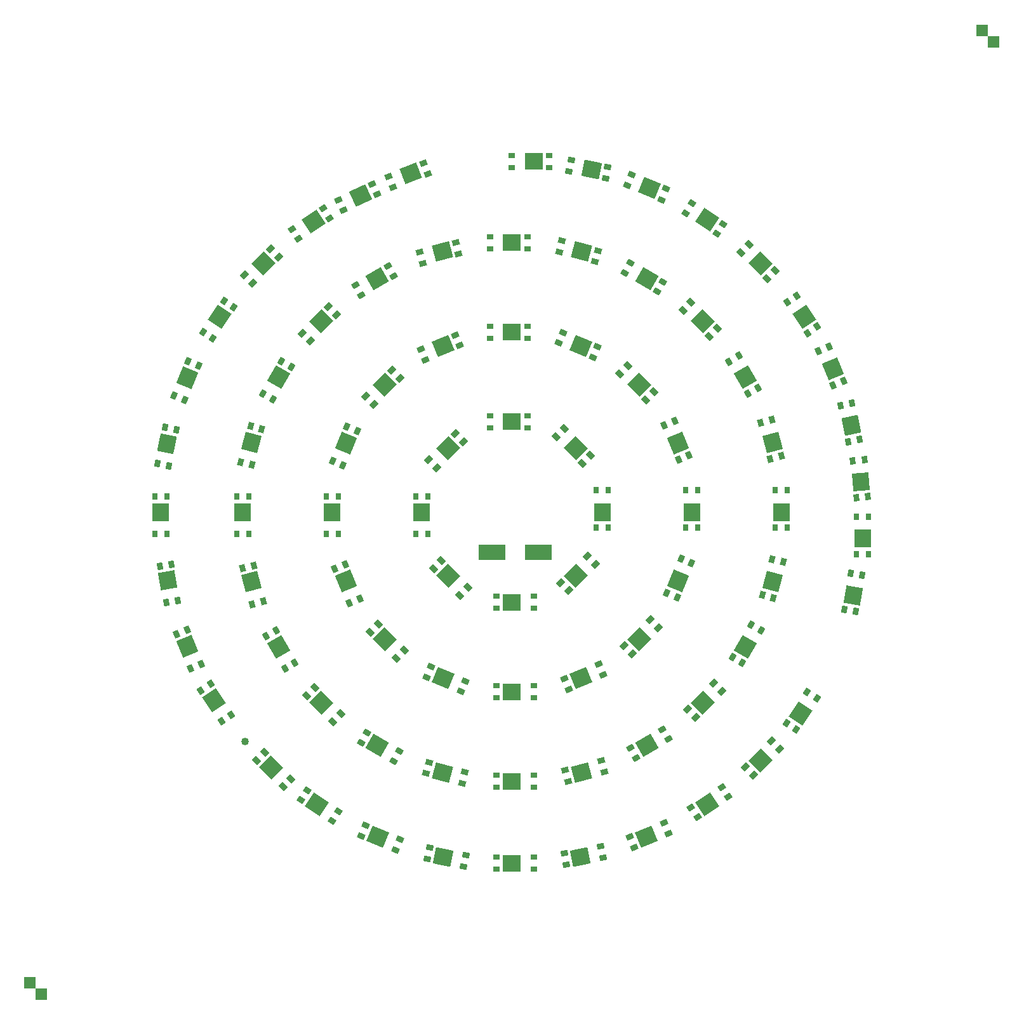
<source format=gtp>
%FSLAX23Y23*%
%MOIN*%
G70*
G01*
G75*
G04 Layer_Color=8421504*
%ADD10C,0.050*%
%ADD11C,0.040*%
G04:AMPARAMS|DCode=12|XSize=37mil|YSize=30mil|CornerRadius=0mil|HoleSize=0mil|Usage=FLASHONLY|Rotation=345.000|XOffset=0mil|YOffset=0mil|HoleType=Round|Shape=Rectangle|*
%AMROTATEDRECTD12*
4,1,4,-0.022,-0.009,-0.014,0.019,0.022,0.009,0.014,-0.019,-0.022,-0.009,0.0*
%
%ADD12ROTATEDRECTD12*%

G04:AMPARAMS|DCode=13|XSize=37mil|YSize=30mil|CornerRadius=0mil|HoleSize=0mil|Usage=FLASHONLY|Rotation=345.000|XOffset=0mil|YOffset=0mil|HoleType=Round|Shape=Rectangle|*
%AMROTATEDRECTD13*
4,1,4,-0.022,-0.009,-0.014,0.019,0.022,0.009,0.014,-0.019,-0.022,-0.009,0.0*
%
%ADD13ROTATEDRECTD13*%

G04:AMPARAMS|DCode=14|XSize=93mil|YSize=87mil|CornerRadius=0mil|HoleSize=0mil|Usage=FLASHONLY|Rotation=345.000|XOffset=0mil|YOffset=0mil|HoleType=Round|Shape=Rectangle|*
%AMROTATEDRECTD14*
4,1,4,-0.056,-0.030,-0.034,0.054,0.056,0.030,0.034,-0.054,-0.056,-0.030,0.0*
%
%ADD14ROTATEDRECTD14*%

G04:AMPARAMS|DCode=15|XSize=37mil|YSize=30mil|CornerRadius=0mil|HoleSize=0mil|Usage=FLASHONLY|Rotation=330.000|XOffset=0mil|YOffset=0mil|HoleType=Round|Shape=Rectangle|*
%AMROTATEDRECTD15*
4,1,4,-0.024,-0.003,-0.009,0.022,0.024,0.003,0.009,-0.022,-0.024,-0.003,0.0*
%
%ADD15ROTATEDRECTD15*%

G04:AMPARAMS|DCode=16|XSize=37mil|YSize=30mil|CornerRadius=0mil|HoleSize=0mil|Usage=FLASHONLY|Rotation=330.000|XOffset=0mil|YOffset=0mil|HoleType=Round|Shape=Rectangle|*
%AMROTATEDRECTD16*
4,1,4,-0.024,-0.003,-0.009,0.022,0.024,0.003,0.009,-0.022,-0.024,-0.003,0.0*
%
%ADD16ROTATEDRECTD16*%

G04:AMPARAMS|DCode=17|XSize=93mil|YSize=87mil|CornerRadius=0mil|HoleSize=0mil|Usage=FLASHONLY|Rotation=330.000|XOffset=0mil|YOffset=0mil|HoleType=Round|Shape=Rectangle|*
%AMROTATEDRECTD17*
4,1,4,-0.062,-0.014,-0.019,0.061,0.062,0.014,0.019,-0.061,-0.062,-0.014,0.0*
%
%ADD17ROTATEDRECTD17*%

G04:AMPARAMS|DCode=18|XSize=37mil|YSize=30mil|CornerRadius=0mil|HoleSize=0mil|Usage=FLASHONLY|Rotation=315.000|XOffset=0mil|YOffset=0mil|HoleType=Round|Shape=Rectangle|*
%AMROTATEDRECTD18*
4,1,4,-0.024,0.003,-0.003,0.024,0.024,-0.003,0.003,-0.024,-0.024,0.003,0.0*
%
%ADD18ROTATEDRECTD18*%

G04:AMPARAMS|DCode=19|XSize=37mil|YSize=30mil|CornerRadius=0mil|HoleSize=0mil|Usage=FLASHONLY|Rotation=315.000|XOffset=0mil|YOffset=0mil|HoleType=Round|Shape=Rectangle|*
%AMROTATEDRECTD19*
4,1,4,-0.024,0.003,-0.003,0.024,0.024,-0.003,0.003,-0.024,-0.024,0.003,0.0*
%
%ADD19ROTATEDRECTD19*%

G04:AMPARAMS|DCode=20|XSize=93mil|YSize=87mil|CornerRadius=0mil|HoleSize=0mil|Usage=FLASHONLY|Rotation=315.000|XOffset=0mil|YOffset=0mil|HoleType=Round|Shape=Rectangle|*
%AMROTATEDRECTD20*
4,1,4,-0.064,0.002,-0.002,0.064,0.064,-0.002,0.002,-0.064,-0.064,0.002,0.0*
%
%ADD20ROTATEDRECTD20*%

G04:AMPARAMS|DCode=21|XSize=37mil|YSize=30mil|CornerRadius=0mil|HoleSize=0mil|Usage=FLASHONLY|Rotation=300.000|XOffset=0mil|YOffset=0mil|HoleType=Round|Shape=Rectangle|*
%AMROTATEDRECTD21*
4,1,4,-0.022,0.009,0.003,0.024,0.022,-0.009,-0.003,-0.024,-0.022,0.009,0.0*
%
%ADD21ROTATEDRECTD21*%

G04:AMPARAMS|DCode=22|XSize=37mil|YSize=30mil|CornerRadius=0mil|HoleSize=0mil|Usage=FLASHONLY|Rotation=300.000|XOffset=0mil|YOffset=0mil|HoleType=Round|Shape=Rectangle|*
%AMROTATEDRECTD22*
4,1,4,-0.022,0.009,0.003,0.024,0.022,-0.009,-0.003,-0.024,-0.022,0.009,0.0*
%
%ADD22ROTATEDRECTD22*%

G04:AMPARAMS|DCode=23|XSize=93mil|YSize=87mil|CornerRadius=0mil|HoleSize=0mil|Usage=FLASHONLY|Rotation=300.000|XOffset=0mil|YOffset=0mil|HoleType=Round|Shape=Rectangle|*
%AMROTATEDRECTD23*
4,1,4,-0.061,0.019,0.014,0.062,0.061,-0.019,-0.014,-0.062,-0.061,0.019,0.0*
%
%ADD23ROTATEDRECTD23*%

G04:AMPARAMS|DCode=24|XSize=37mil|YSize=30mil|CornerRadius=0mil|HoleSize=0mil|Usage=FLASHONLY|Rotation=285.000|XOffset=0mil|YOffset=0mil|HoleType=Round|Shape=Rectangle|*
%AMROTATEDRECTD24*
4,1,4,-0.019,0.014,0.009,0.022,0.019,-0.014,-0.009,-0.022,-0.019,0.014,0.0*
%
%ADD24ROTATEDRECTD24*%

G04:AMPARAMS|DCode=25|XSize=37mil|YSize=30mil|CornerRadius=0mil|HoleSize=0mil|Usage=FLASHONLY|Rotation=285.000|XOffset=0mil|YOffset=0mil|HoleType=Round|Shape=Rectangle|*
%AMROTATEDRECTD25*
4,1,4,-0.019,0.014,0.009,0.022,0.019,-0.014,-0.009,-0.022,-0.019,0.014,0.0*
%
%ADD25ROTATEDRECTD25*%

G04:AMPARAMS|DCode=26|XSize=93mil|YSize=87mil|CornerRadius=0mil|HoleSize=0mil|Usage=FLASHONLY|Rotation=285.000|XOffset=0mil|YOffset=0mil|HoleType=Round|Shape=Rectangle|*
%AMROTATEDRECTD26*
4,1,4,-0.054,0.034,0.030,0.056,0.054,-0.034,-0.030,-0.056,-0.054,0.034,0.0*
%
%ADD26ROTATEDRECTD26*%

%ADD27R,0.030X0.037*%
%ADD28R,0.030X0.037*%
%ADD29R,0.087X0.093*%
G04:AMPARAMS|DCode=30|XSize=37mil|YSize=30mil|CornerRadius=0mil|HoleSize=0mil|Usage=FLASHONLY|Rotation=255.000|XOffset=0mil|YOffset=0mil|HoleType=Round|Shape=Rectangle|*
%AMROTATEDRECTD30*
4,1,4,-0.009,0.022,0.019,0.014,0.009,-0.022,-0.019,-0.014,-0.009,0.022,0.0*
%
%ADD30ROTATEDRECTD30*%

G04:AMPARAMS|DCode=31|XSize=37mil|YSize=30mil|CornerRadius=0mil|HoleSize=0mil|Usage=FLASHONLY|Rotation=255.000|XOffset=0mil|YOffset=0mil|HoleType=Round|Shape=Rectangle|*
%AMROTATEDRECTD31*
4,1,4,-0.009,0.022,0.019,0.014,0.009,-0.022,-0.019,-0.014,-0.009,0.022,0.0*
%
%ADD31ROTATEDRECTD31*%

G04:AMPARAMS|DCode=32|XSize=93mil|YSize=87mil|CornerRadius=0mil|HoleSize=0mil|Usage=FLASHONLY|Rotation=255.000|XOffset=0mil|YOffset=0mil|HoleType=Round|Shape=Rectangle|*
%AMROTATEDRECTD32*
4,1,4,-0.030,0.056,0.054,0.034,0.030,-0.056,-0.054,-0.034,-0.030,0.056,0.0*
%
%ADD32ROTATEDRECTD32*%

G04:AMPARAMS|DCode=33|XSize=37mil|YSize=30mil|CornerRadius=0mil|HoleSize=0mil|Usage=FLASHONLY|Rotation=240.000|XOffset=0mil|YOffset=0mil|HoleType=Round|Shape=Rectangle|*
%AMROTATEDRECTD33*
4,1,4,-0.003,0.024,0.022,0.009,0.003,-0.024,-0.022,-0.009,-0.003,0.024,0.0*
%
%ADD33ROTATEDRECTD33*%

G04:AMPARAMS|DCode=34|XSize=37mil|YSize=30mil|CornerRadius=0mil|HoleSize=0mil|Usage=FLASHONLY|Rotation=240.000|XOffset=0mil|YOffset=0mil|HoleType=Round|Shape=Rectangle|*
%AMROTATEDRECTD34*
4,1,4,-0.003,0.024,0.022,0.009,0.003,-0.024,-0.022,-0.009,-0.003,0.024,0.0*
%
%ADD34ROTATEDRECTD34*%

G04:AMPARAMS|DCode=35|XSize=93mil|YSize=87mil|CornerRadius=0mil|HoleSize=0mil|Usage=FLASHONLY|Rotation=240.000|XOffset=0mil|YOffset=0mil|HoleType=Round|Shape=Rectangle|*
%AMROTATEDRECTD35*
4,1,4,-0.014,0.062,0.061,0.019,0.014,-0.062,-0.061,-0.019,-0.014,0.062,0.0*
%
%ADD35ROTATEDRECTD35*%

G04:AMPARAMS|DCode=36|XSize=37mil|YSize=30mil|CornerRadius=0mil|HoleSize=0mil|Usage=FLASHONLY|Rotation=225.000|XOffset=0mil|YOffset=0mil|HoleType=Round|Shape=Rectangle|*
%AMROTATEDRECTD36*
4,1,4,0.003,0.024,0.024,0.003,-0.003,-0.024,-0.024,-0.003,0.003,0.024,0.0*
%
%ADD36ROTATEDRECTD36*%

G04:AMPARAMS|DCode=37|XSize=37mil|YSize=30mil|CornerRadius=0mil|HoleSize=0mil|Usage=FLASHONLY|Rotation=225.000|XOffset=0mil|YOffset=0mil|HoleType=Round|Shape=Rectangle|*
%AMROTATEDRECTD37*
4,1,4,0.003,0.024,0.024,0.003,-0.003,-0.024,-0.024,-0.003,0.003,0.024,0.0*
%
%ADD37ROTATEDRECTD37*%

G04:AMPARAMS|DCode=38|XSize=93mil|YSize=87mil|CornerRadius=0mil|HoleSize=0mil|Usage=FLASHONLY|Rotation=225.000|XOffset=0mil|YOffset=0mil|HoleType=Round|Shape=Rectangle|*
%AMROTATEDRECTD38*
4,1,4,0.002,0.064,0.064,0.002,-0.002,-0.064,-0.064,-0.002,0.002,0.064,0.0*
%
%ADD38ROTATEDRECTD38*%

G04:AMPARAMS|DCode=39|XSize=37mil|YSize=30mil|CornerRadius=0mil|HoleSize=0mil|Usage=FLASHONLY|Rotation=210.000|XOffset=0mil|YOffset=0mil|HoleType=Round|Shape=Rectangle|*
%AMROTATEDRECTD39*
4,1,4,0.009,0.022,0.024,-0.003,-0.009,-0.022,-0.024,0.003,0.009,0.022,0.0*
%
%ADD39ROTATEDRECTD39*%

G04:AMPARAMS|DCode=40|XSize=37mil|YSize=30mil|CornerRadius=0mil|HoleSize=0mil|Usage=FLASHONLY|Rotation=210.000|XOffset=0mil|YOffset=0mil|HoleType=Round|Shape=Rectangle|*
%AMROTATEDRECTD40*
4,1,4,0.009,0.022,0.024,-0.003,-0.009,-0.022,-0.024,0.003,0.009,0.022,0.0*
%
%ADD40ROTATEDRECTD40*%

G04:AMPARAMS|DCode=41|XSize=93mil|YSize=87mil|CornerRadius=0mil|HoleSize=0mil|Usage=FLASHONLY|Rotation=210.000|XOffset=0mil|YOffset=0mil|HoleType=Round|Shape=Rectangle|*
%AMROTATEDRECTD41*
4,1,4,0.019,0.061,0.062,-0.014,-0.019,-0.061,-0.062,0.014,0.019,0.061,0.0*
%
%ADD41ROTATEDRECTD41*%

G04:AMPARAMS|DCode=42|XSize=37mil|YSize=30mil|CornerRadius=0mil|HoleSize=0mil|Usage=FLASHONLY|Rotation=195.000|XOffset=0mil|YOffset=0mil|HoleType=Round|Shape=Rectangle|*
%AMROTATEDRECTD42*
4,1,4,0.014,0.019,0.022,-0.009,-0.014,-0.019,-0.022,0.009,0.014,0.019,0.0*
%
%ADD42ROTATEDRECTD42*%

G04:AMPARAMS|DCode=43|XSize=37mil|YSize=30mil|CornerRadius=0mil|HoleSize=0mil|Usage=FLASHONLY|Rotation=195.000|XOffset=0mil|YOffset=0mil|HoleType=Round|Shape=Rectangle|*
%AMROTATEDRECTD43*
4,1,4,0.014,0.019,0.022,-0.009,-0.014,-0.019,-0.022,0.009,0.014,0.019,0.0*
%
%ADD43ROTATEDRECTD43*%

G04:AMPARAMS|DCode=44|XSize=93mil|YSize=87mil|CornerRadius=0mil|HoleSize=0mil|Usage=FLASHONLY|Rotation=195.000|XOffset=0mil|YOffset=0mil|HoleType=Round|Shape=Rectangle|*
%AMROTATEDRECTD44*
4,1,4,0.034,0.054,0.056,-0.030,-0.034,-0.054,-0.056,0.030,0.034,0.054,0.0*
%
%ADD44ROTATEDRECTD44*%

%ADD45R,0.037X0.030*%
%ADD46R,0.037X0.030*%
%ADD47R,0.093X0.087*%
G04:AMPARAMS|DCode=48|XSize=37mil|YSize=30mil|CornerRadius=0mil|HoleSize=0mil|Usage=FLASHONLY|Rotation=337.500|XOffset=0mil|YOffset=0mil|HoleType=Round|Shape=Rectangle|*
%AMROTATEDRECTD48*
4,1,4,-0.023,-0.006,-0.012,0.021,0.023,0.006,0.012,-0.021,-0.023,-0.006,0.0*
%
%ADD48ROTATEDRECTD48*%

G04:AMPARAMS|DCode=49|XSize=37mil|YSize=30mil|CornerRadius=0mil|HoleSize=0mil|Usage=FLASHONLY|Rotation=337.500|XOffset=0mil|YOffset=0mil|HoleType=Round|Shape=Rectangle|*
%AMROTATEDRECTD49*
4,1,4,-0.023,-0.006,-0.012,0.021,0.023,0.006,0.012,-0.021,-0.023,-0.006,0.0*
%
%ADD49ROTATEDRECTD49*%

G04:AMPARAMS|DCode=50|XSize=93mil|YSize=87mil|CornerRadius=0mil|HoleSize=0mil|Usage=FLASHONLY|Rotation=337.500|XOffset=0mil|YOffset=0mil|HoleType=Round|Shape=Rectangle|*
%AMROTATEDRECTD50*
4,1,4,-0.060,-0.022,-0.027,0.058,0.060,0.022,0.027,-0.058,-0.060,-0.022,0.0*
%
%ADD50ROTATEDRECTD50*%

G04:AMPARAMS|DCode=51|XSize=37mil|YSize=30mil|CornerRadius=0mil|HoleSize=0mil|Usage=FLASHONLY|Rotation=292.500|XOffset=0mil|YOffset=0mil|HoleType=Round|Shape=Rectangle|*
%AMROTATEDRECTD51*
4,1,4,-0.021,0.012,0.006,0.023,0.021,-0.012,-0.006,-0.023,-0.021,0.012,0.0*
%
%ADD51ROTATEDRECTD51*%

G04:AMPARAMS|DCode=52|XSize=37mil|YSize=30mil|CornerRadius=0mil|HoleSize=0mil|Usage=FLASHONLY|Rotation=292.500|XOffset=0mil|YOffset=0mil|HoleType=Round|Shape=Rectangle|*
%AMROTATEDRECTD52*
4,1,4,-0.021,0.012,0.006,0.023,0.021,-0.012,-0.006,-0.023,-0.021,0.012,0.0*
%
%ADD52ROTATEDRECTD52*%

G04:AMPARAMS|DCode=53|XSize=93mil|YSize=87mil|CornerRadius=0mil|HoleSize=0mil|Usage=FLASHONLY|Rotation=292.500|XOffset=0mil|YOffset=0mil|HoleType=Round|Shape=Rectangle|*
%AMROTATEDRECTD53*
4,1,4,-0.058,0.027,0.022,0.060,0.058,-0.027,-0.022,-0.060,-0.058,0.027,0.0*
%
%ADD53ROTATEDRECTD53*%

G04:AMPARAMS|DCode=54|XSize=37mil|YSize=30mil|CornerRadius=0mil|HoleSize=0mil|Usage=FLASHONLY|Rotation=247.500|XOffset=0mil|YOffset=0mil|HoleType=Round|Shape=Rectangle|*
%AMROTATEDRECTD54*
4,1,4,-0.006,0.023,0.021,0.012,0.006,-0.023,-0.021,-0.012,-0.006,0.023,0.0*
%
%ADD54ROTATEDRECTD54*%

G04:AMPARAMS|DCode=55|XSize=37mil|YSize=30mil|CornerRadius=0mil|HoleSize=0mil|Usage=FLASHONLY|Rotation=247.500|XOffset=0mil|YOffset=0mil|HoleType=Round|Shape=Rectangle|*
%AMROTATEDRECTD55*
4,1,4,-0.006,0.023,0.021,0.012,0.006,-0.023,-0.021,-0.012,-0.006,0.023,0.0*
%
%ADD55ROTATEDRECTD55*%

G04:AMPARAMS|DCode=56|XSize=93mil|YSize=87mil|CornerRadius=0mil|HoleSize=0mil|Usage=FLASHONLY|Rotation=247.500|XOffset=0mil|YOffset=0mil|HoleType=Round|Shape=Rectangle|*
%AMROTATEDRECTD56*
4,1,4,-0.022,0.060,0.058,0.027,0.022,-0.060,-0.058,-0.027,-0.022,0.060,0.0*
%
%ADD56ROTATEDRECTD56*%

G04:AMPARAMS|DCode=57|XSize=37mil|YSize=30mil|CornerRadius=0mil|HoleSize=0mil|Usage=FLASHONLY|Rotation=202.500|XOffset=0mil|YOffset=0mil|HoleType=Round|Shape=Rectangle|*
%AMROTATEDRECTD57*
4,1,4,0.012,0.021,0.023,-0.006,-0.012,-0.021,-0.023,0.006,0.012,0.021,0.0*
%
%ADD57ROTATEDRECTD57*%

G04:AMPARAMS|DCode=58|XSize=37mil|YSize=30mil|CornerRadius=0mil|HoleSize=0mil|Usage=FLASHONLY|Rotation=202.500|XOffset=0mil|YOffset=0mil|HoleType=Round|Shape=Rectangle|*
%AMROTATEDRECTD58*
4,1,4,0.012,0.021,0.023,-0.006,-0.012,-0.021,-0.023,0.006,0.012,0.021,0.0*
%
%ADD58ROTATEDRECTD58*%

G04:AMPARAMS|DCode=59|XSize=93mil|YSize=87mil|CornerRadius=0mil|HoleSize=0mil|Usage=FLASHONLY|Rotation=202.500|XOffset=0mil|YOffset=0mil|HoleType=Round|Shape=Rectangle|*
%AMROTATEDRECTD59*
4,1,4,0.027,0.058,0.060,-0.022,-0.027,-0.058,-0.060,0.022,0.027,0.058,0.0*
%
%ADD59ROTATEDRECTD59*%

G04:AMPARAMS|DCode=60|XSize=37mil|YSize=30mil|CornerRadius=0mil|HoleSize=0mil|Usage=FLASHONLY|Rotation=21.250|XOffset=0mil|YOffset=0mil|HoleType=Round|Shape=Rectangle|*
%AMROTATEDRECTD60*
4,1,4,-0.012,-0.021,-0.023,0.007,0.012,0.021,0.023,-0.007,-0.012,-0.021,0.0*
%
%ADD60ROTATEDRECTD60*%

G04:AMPARAMS|DCode=61|XSize=37mil|YSize=30mil|CornerRadius=0mil|HoleSize=0mil|Usage=FLASHONLY|Rotation=21.250|XOffset=0mil|YOffset=0mil|HoleType=Round|Shape=Rectangle|*
%AMROTATEDRECTD61*
4,1,4,-0.012,-0.021,-0.023,0.007,0.012,0.021,0.023,-0.007,-0.012,-0.021,0.0*
%
%ADD61ROTATEDRECTD61*%

G04:AMPARAMS|DCode=62|XSize=93mil|YSize=87mil|CornerRadius=0mil|HoleSize=0mil|Usage=FLASHONLY|Rotation=21.250|XOffset=0mil|YOffset=0mil|HoleType=Round|Shape=Rectangle|*
%AMROTATEDRECTD62*
4,1,4,-0.028,-0.057,-0.059,0.023,0.028,0.057,0.059,-0.023,-0.028,-0.057,0.0*
%
%ADD62ROTATEDRECTD62*%

G04:AMPARAMS|DCode=63|XSize=37mil|YSize=30mil|CornerRadius=0mil|HoleSize=0mil|Usage=FLASHONLY|Rotation=25.000|XOffset=0mil|YOffset=0mil|HoleType=Round|Shape=Rectangle|*
%AMROTATEDRECTD63*
4,1,4,-0.011,-0.021,-0.023,0.005,0.011,0.021,0.023,-0.005,-0.011,-0.021,0.0*
%
%ADD63ROTATEDRECTD63*%

G04:AMPARAMS|DCode=64|XSize=37mil|YSize=30mil|CornerRadius=0mil|HoleSize=0mil|Usage=FLASHONLY|Rotation=25.000|XOffset=0mil|YOffset=0mil|HoleType=Round|Shape=Rectangle|*
%AMROTATEDRECTD64*
4,1,4,-0.011,-0.021,-0.023,0.005,0.011,0.021,0.023,-0.005,-0.011,-0.021,0.0*
%
%ADD64ROTATEDRECTD64*%

G04:AMPARAMS|DCode=65|XSize=93mil|YSize=87mil|CornerRadius=0mil|HoleSize=0mil|Usage=FLASHONLY|Rotation=25.000|XOffset=0mil|YOffset=0mil|HoleType=Round|Shape=Rectangle|*
%AMROTATEDRECTD65*
4,1,4,-0.024,-0.059,-0.061,0.020,0.024,0.059,0.061,-0.020,-0.024,-0.059,0.0*
%
%ADD65ROTATEDRECTD65*%

G04:AMPARAMS|DCode=66|XSize=37mil|YSize=30mil|CornerRadius=0mil|HoleSize=0mil|Usage=FLASHONLY|Rotation=33.750|XOffset=0mil|YOffset=0mil|HoleType=Round|Shape=Rectangle|*
%AMROTATEDRECTD66*
4,1,4,-0.007,-0.023,-0.024,0.002,0.007,0.023,0.024,-0.002,-0.007,-0.023,0.0*
%
%ADD66ROTATEDRECTD66*%

G04:AMPARAMS|DCode=67|XSize=37mil|YSize=30mil|CornerRadius=0mil|HoleSize=0mil|Usage=FLASHONLY|Rotation=33.750|XOffset=0mil|YOffset=0mil|HoleType=Round|Shape=Rectangle|*
%AMROTATEDRECTD67*
4,1,4,-0.007,-0.023,-0.024,0.002,0.007,0.023,0.024,-0.002,-0.007,-0.023,0.0*
%
%ADD67ROTATEDRECTD67*%

G04:AMPARAMS|DCode=68|XSize=93mil|YSize=87mil|CornerRadius=0mil|HoleSize=0mil|Usage=FLASHONLY|Rotation=33.750|XOffset=0mil|YOffset=0mil|HoleType=Round|Shape=Rectangle|*
%AMROTATEDRECTD68*
4,1,4,-0.015,-0.062,-0.063,0.010,0.015,0.062,0.063,-0.010,-0.015,-0.062,0.0*
%
%ADD68ROTATEDRECTD68*%

G04:AMPARAMS|DCode=69|XSize=37mil|YSize=30mil|CornerRadius=0mil|HoleSize=0mil|Usage=FLASHONLY|Rotation=56.250|XOffset=0mil|YOffset=0mil|HoleType=Round|Shape=Rectangle|*
%AMROTATEDRECTD69*
4,1,4,0.002,-0.024,-0.023,-0.007,-0.002,0.024,0.023,0.007,0.002,-0.024,0.0*
%
%ADD69ROTATEDRECTD69*%

G04:AMPARAMS|DCode=70|XSize=37mil|YSize=30mil|CornerRadius=0mil|HoleSize=0mil|Usage=FLASHONLY|Rotation=56.250|XOffset=0mil|YOffset=0mil|HoleType=Round|Shape=Rectangle|*
%AMROTATEDRECTD70*
4,1,4,0.002,-0.024,-0.023,-0.007,-0.002,0.024,0.023,0.007,0.002,-0.024,0.0*
%
%ADD70ROTATEDRECTD70*%

G04:AMPARAMS|DCode=71|XSize=93mil|YSize=87mil|CornerRadius=0mil|HoleSize=0mil|Usage=FLASHONLY|Rotation=56.250|XOffset=0mil|YOffset=0mil|HoleType=Round|Shape=Rectangle|*
%AMROTATEDRECTD71*
4,1,4,0.010,-0.063,-0.062,-0.015,-0.010,0.063,0.062,0.015,0.010,-0.063,0.0*
%
%ADD71ROTATEDRECTD71*%

G04:AMPARAMS|DCode=72|XSize=37mil|YSize=30mil|CornerRadius=0mil|HoleSize=0mil|Usage=FLASHONLY|Rotation=78.750|XOffset=0mil|YOffset=0mil|HoleType=Round|Shape=Rectangle|*
%AMROTATEDRECTD72*
4,1,4,0.011,-0.021,-0.018,-0.015,-0.011,0.021,0.018,0.015,0.011,-0.021,0.0*
%
%ADD72ROTATEDRECTD72*%

G04:AMPARAMS|DCode=73|XSize=37mil|YSize=30mil|CornerRadius=0mil|HoleSize=0mil|Usage=FLASHONLY|Rotation=78.750|XOffset=0mil|YOffset=0mil|HoleType=Round|Shape=Rectangle|*
%AMROTATEDRECTD73*
4,1,4,0.011,-0.021,-0.018,-0.015,-0.011,0.021,0.018,0.015,0.011,-0.021,0.0*
%
%ADD73ROTATEDRECTD73*%

G04:AMPARAMS|DCode=74|XSize=93mil|YSize=87mil|CornerRadius=0mil|HoleSize=0mil|Usage=FLASHONLY|Rotation=78.750|XOffset=0mil|YOffset=0mil|HoleType=Round|Shape=Rectangle|*
%AMROTATEDRECTD74*
4,1,4,0.033,-0.054,-0.052,-0.037,-0.033,0.054,0.052,0.037,0.033,-0.054,0.0*
%
%ADD74ROTATEDRECTD74*%

G04:AMPARAMS|DCode=75|XSize=37mil|YSize=30mil|CornerRadius=0mil|HoleSize=0mil|Usage=FLASHONLY|Rotation=100.000|XOffset=0mil|YOffset=0mil|HoleType=Round|Shape=Rectangle|*
%AMROTATEDRECTD75*
4,1,4,0.018,-0.016,-0.011,-0.021,-0.018,0.016,0.011,0.021,0.018,-0.016,0.0*
%
%ADD75ROTATEDRECTD75*%

G04:AMPARAMS|DCode=76|XSize=37mil|YSize=30mil|CornerRadius=0mil|HoleSize=0mil|Usage=FLASHONLY|Rotation=100.000|XOffset=0mil|YOffset=0mil|HoleType=Round|Shape=Rectangle|*
%AMROTATEDRECTD76*
4,1,4,0.018,-0.016,-0.011,-0.021,-0.018,0.016,0.011,0.021,0.018,-0.016,0.0*
%
%ADD76ROTATEDRECTD76*%

G04:AMPARAMS|DCode=77|XSize=93mil|YSize=87mil|CornerRadius=0mil|HoleSize=0mil|Usage=FLASHONLY|Rotation=100.000|XOffset=0mil|YOffset=0mil|HoleType=Round|Shape=Rectangle|*
%AMROTATEDRECTD77*
4,1,4,0.051,-0.038,-0.035,-0.053,-0.051,0.038,0.035,0.053,0.051,-0.038,0.0*
%
%ADD77ROTATEDRECTD77*%

G04:AMPARAMS|DCode=78|XSize=37mil|YSize=30mil|CornerRadius=0mil|HoleSize=0mil|Usage=FLASHONLY|Rotation=123.750|XOffset=0mil|YOffset=0mil|HoleType=Round|Shape=Rectangle|*
%AMROTATEDRECTD78*
4,1,4,0.023,-0.007,-0.002,-0.024,-0.023,0.007,0.002,0.024,0.023,-0.007,0.0*
%
%ADD78ROTATEDRECTD78*%

G04:AMPARAMS|DCode=79|XSize=37mil|YSize=30mil|CornerRadius=0mil|HoleSize=0mil|Usage=FLASHONLY|Rotation=123.750|XOffset=0mil|YOffset=0mil|HoleType=Round|Shape=Rectangle|*
%AMROTATEDRECTD79*
4,1,4,0.023,-0.007,-0.002,-0.024,-0.023,0.007,0.002,0.024,0.023,-0.007,0.0*
%
%ADD79ROTATEDRECTD79*%

G04:AMPARAMS|DCode=80|XSize=93mil|YSize=87mil|CornerRadius=0mil|HoleSize=0mil|Usage=FLASHONLY|Rotation=123.750|XOffset=0mil|YOffset=0mil|HoleType=Round|Shape=Rectangle|*
%AMROTATEDRECTD80*
4,1,4,0.062,-0.015,-0.010,-0.063,-0.062,0.015,0.010,0.063,0.062,-0.015,0.0*
%
%ADD80ROTATEDRECTD80*%

G04:AMPARAMS|DCode=81|XSize=37mil|YSize=30mil|CornerRadius=0mil|HoleSize=0mil|Usage=FLASHONLY|Rotation=146.250|XOffset=0mil|YOffset=0mil|HoleType=Round|Shape=Rectangle|*
%AMROTATEDRECTD81*
4,1,4,0.024,0.002,0.007,-0.023,-0.024,-0.002,-0.007,0.023,0.024,0.002,0.0*
%
%ADD81ROTATEDRECTD81*%

G04:AMPARAMS|DCode=82|XSize=37mil|YSize=30mil|CornerRadius=0mil|HoleSize=0mil|Usage=FLASHONLY|Rotation=146.250|XOffset=0mil|YOffset=0mil|HoleType=Round|Shape=Rectangle|*
%AMROTATEDRECTD82*
4,1,4,0.024,0.002,0.007,-0.023,-0.024,-0.002,-0.007,0.023,0.024,0.002,0.0*
%
%ADD82ROTATEDRECTD82*%

G04:AMPARAMS|DCode=83|XSize=93mil|YSize=87mil|CornerRadius=0mil|HoleSize=0mil|Usage=FLASHONLY|Rotation=146.250|XOffset=0mil|YOffset=0mil|HoleType=Round|Shape=Rectangle|*
%AMROTATEDRECTD83*
4,1,4,0.063,0.010,0.015,-0.062,-0.063,-0.010,-0.015,0.062,0.063,0.010,0.0*
%
%ADD83ROTATEDRECTD83*%

G04:AMPARAMS|DCode=84|XSize=37mil|YSize=30mil|CornerRadius=0mil|HoleSize=0mil|Usage=FLASHONLY|Rotation=168.750|XOffset=0mil|YOffset=0mil|HoleType=Round|Shape=Rectangle|*
%AMROTATEDRECTD84*
4,1,4,0.021,0.011,0.015,-0.018,-0.021,-0.011,-0.015,0.018,0.021,0.011,0.0*
%
%ADD84ROTATEDRECTD84*%

G04:AMPARAMS|DCode=85|XSize=37mil|YSize=30mil|CornerRadius=0mil|HoleSize=0mil|Usage=FLASHONLY|Rotation=168.750|XOffset=0mil|YOffset=0mil|HoleType=Round|Shape=Rectangle|*
%AMROTATEDRECTD85*
4,1,4,0.021,0.011,0.015,-0.018,-0.021,-0.011,-0.015,0.018,0.021,0.011,0.0*
%
%ADD85ROTATEDRECTD85*%

G04:AMPARAMS|DCode=86|XSize=93mil|YSize=87mil|CornerRadius=0mil|HoleSize=0mil|Usage=FLASHONLY|Rotation=168.750|XOffset=0mil|YOffset=0mil|HoleType=Round|Shape=Rectangle|*
%AMROTATEDRECTD86*
4,1,4,0.054,0.033,0.037,-0.052,-0.054,-0.033,-0.037,0.052,0.054,0.033,0.0*
%
%ADD86ROTATEDRECTD86*%

G04:AMPARAMS|DCode=87|XSize=37mil|YSize=30mil|CornerRadius=0mil|HoleSize=0mil|Usage=FLASHONLY|Rotation=191.250|XOffset=0mil|YOffset=0mil|HoleType=Round|Shape=Rectangle|*
%AMROTATEDRECTD87*
4,1,4,0.015,0.018,0.021,-0.011,-0.015,-0.018,-0.021,0.011,0.015,0.018,0.0*
%
%ADD87ROTATEDRECTD87*%

G04:AMPARAMS|DCode=88|XSize=37mil|YSize=30mil|CornerRadius=0mil|HoleSize=0mil|Usage=FLASHONLY|Rotation=191.250|XOffset=0mil|YOffset=0mil|HoleType=Round|Shape=Rectangle|*
%AMROTATEDRECTD88*
4,1,4,0.015,0.018,0.021,-0.011,-0.015,-0.018,-0.021,0.011,0.015,0.018,0.0*
%
%ADD88ROTATEDRECTD88*%

G04:AMPARAMS|DCode=89|XSize=93mil|YSize=87mil|CornerRadius=0mil|HoleSize=0mil|Usage=FLASHONLY|Rotation=191.250|XOffset=0mil|YOffset=0mil|HoleType=Round|Shape=Rectangle|*
%AMROTATEDRECTD89*
4,1,4,0.037,0.052,0.054,-0.033,-0.037,-0.052,-0.054,0.033,0.037,0.052,0.0*
%
%ADD89ROTATEDRECTD89*%

G04:AMPARAMS|DCode=90|XSize=37mil|YSize=30mil|CornerRadius=0mil|HoleSize=0mil|Usage=FLASHONLY|Rotation=260.000|XOffset=0mil|YOffset=0mil|HoleType=Round|Shape=Rectangle|*
%AMROTATEDRECTD90*
4,1,4,-0.011,0.021,0.018,0.016,0.011,-0.021,-0.018,-0.016,-0.011,0.021,0.0*
%
%ADD90ROTATEDRECTD90*%

G04:AMPARAMS|DCode=91|XSize=37mil|YSize=30mil|CornerRadius=0mil|HoleSize=0mil|Usage=FLASHONLY|Rotation=260.000|XOffset=0mil|YOffset=0mil|HoleType=Round|Shape=Rectangle|*
%AMROTATEDRECTD91*
4,1,4,-0.011,0.021,0.018,0.016,0.011,-0.021,-0.018,-0.016,-0.011,0.021,0.0*
%
%ADD91ROTATEDRECTD91*%

G04:AMPARAMS|DCode=92|XSize=93mil|YSize=87mil|CornerRadius=0mil|HoleSize=0mil|Usage=FLASHONLY|Rotation=260.000|XOffset=0mil|YOffset=0mil|HoleType=Round|Shape=Rectangle|*
%AMROTATEDRECTD92*
4,1,4,-0.035,0.053,0.051,0.038,0.035,-0.053,-0.051,-0.038,-0.035,0.053,0.0*
%
%ADD92ROTATEDRECTD92*%

G04:AMPARAMS|DCode=93|XSize=37mil|YSize=30mil|CornerRadius=0mil|HoleSize=0mil|Usage=FLASHONLY|Rotation=275.000|XOffset=0mil|YOffset=0mil|HoleType=Round|Shape=Rectangle|*
%AMROTATEDRECTD93*
4,1,4,-0.016,0.017,0.013,0.020,0.016,-0.017,-0.013,-0.020,-0.016,0.017,0.0*
%
%ADD93ROTATEDRECTD93*%

G04:AMPARAMS|DCode=94|XSize=37mil|YSize=30mil|CornerRadius=0mil|HoleSize=0mil|Usage=FLASHONLY|Rotation=275.000|XOffset=0mil|YOffset=0mil|HoleType=Round|Shape=Rectangle|*
%AMROTATEDRECTD94*
4,1,4,-0.016,0.017,0.013,0.020,0.016,-0.017,-0.013,-0.020,-0.016,0.017,0.0*
%
%ADD94ROTATEDRECTD94*%

G04:AMPARAMS|DCode=95|XSize=93mil|YSize=87mil|CornerRadius=0mil|HoleSize=0mil|Usage=FLASHONLY|Rotation=275.000|XOffset=0mil|YOffset=0mil|HoleType=Round|Shape=Rectangle|*
%AMROTATEDRECTD95*
4,1,4,-0.047,0.043,0.039,0.050,0.047,-0.043,-0.039,-0.050,-0.047,0.043,0.0*
%
%ADD95ROTATEDRECTD95*%

G04:AMPARAMS|DCode=96|XSize=37mil|YSize=30mil|CornerRadius=0mil|HoleSize=0mil|Usage=FLASHONLY|Rotation=282.000|XOffset=0mil|YOffset=0mil|HoleType=Round|Shape=Rectangle|*
%AMROTATEDRECTD96*
4,1,4,-0.018,0.015,0.011,0.021,0.018,-0.015,-0.011,-0.021,-0.018,0.015,0.0*
%
%ADD96ROTATEDRECTD96*%

G04:AMPARAMS|DCode=97|XSize=37mil|YSize=30mil|CornerRadius=0mil|HoleSize=0mil|Usage=FLASHONLY|Rotation=282.000|XOffset=0mil|YOffset=0mil|HoleType=Round|Shape=Rectangle|*
%AMROTATEDRECTD97*
4,1,4,-0.018,0.015,0.011,0.021,0.018,-0.015,-0.011,-0.021,-0.018,0.015,0.0*
%
%ADD97ROTATEDRECTD97*%

G04:AMPARAMS|DCode=98|XSize=93mil|YSize=87mil|CornerRadius=0mil|HoleSize=0mil|Usage=FLASHONLY|Rotation=282.000|XOffset=0mil|YOffset=0mil|HoleType=Round|Shape=Rectangle|*
%AMROTATEDRECTD98*
4,1,4,-0.052,0.037,0.033,0.055,0.052,-0.037,-0.033,-0.055,-0.052,0.037,0.0*
%
%ADD98ROTATEDRECTD98*%

%ADD99R,0.140X0.080*%
%ADD100R,0.060X0.060*%
%ADD101C,0.070*%
%ADD102C,0.016*%
%ADD103C,0.014*%
G04:AMPARAMS|DCode=104|XSize=213mil|YSize=350mil|CornerRadius=0mil|HoleSize=0mil|Usage=FLASHONLY|Rotation=315.000|XOffset=0mil|YOffset=0mil|HoleType=Round|Shape=Rectangle|*
%AMROTATEDRECTD104*
4,1,4,-0.199,-0.048,0.048,0.199,0.199,0.048,-0.048,-0.199,-0.199,-0.048,0.0*
%
%ADD104ROTATEDRECTD104*%

G04:AMPARAMS|DCode=105|XSize=141mil|YSize=273mil|CornerRadius=0mil|HoleSize=0mil|Usage=FLASHONLY|Rotation=260.000|XOffset=0mil|YOffset=0mil|HoleType=Round|Shape=Rectangle|*
%AMROTATEDRECTD105*
4,1,4,-0.122,0.093,0.147,0.046,0.122,-0.093,-0.147,-0.046,-0.122,0.093,0.0*
%
%ADD105ROTATEDRECTD105*%

%ADD106R,0.266X0.127*%
G04:AMPARAMS|DCode=107|XSize=177mil|YSize=241mil|CornerRadius=0mil|HoleSize=0mil|Usage=FLASHONLY|Rotation=337.500|XOffset=0mil|YOffset=0mil|HoleType=Round|Shape=Rectangle|*
%AMROTATEDRECTD107*
4,1,4,-0.128,-0.078,-0.036,0.145,0.128,0.078,0.036,-0.145,-0.128,-0.078,0.0*
%
%ADD107ROTATEDRECTD107*%

G04:AMPARAMS|DCode=108|XSize=259mil|YSize=291mil|CornerRadius=0mil|HoleSize=0mil|Usage=FLASHONLY|Rotation=275.000|XOffset=0mil|YOffset=0mil|HoleType=Round|Shape=Rectangle|*
%AMROTATEDRECTD108*
4,1,4,-0.156,0.116,0.134,0.142,0.156,-0.116,-0.134,-0.142,-0.156,0.116,0.0*
%
%ADD108ROTATEDRECTD108*%

G04:AMPARAMS|DCode=109|XSize=184mil|YSize=275mil|CornerRadius=0mil|HoleSize=0mil|Usage=FLASHONLY|Rotation=292.500|XOffset=0mil|YOffset=0mil|HoleType=Round|Shape=Rectangle|*
%AMROTATEDRECTD109*
4,1,4,-0.162,0.032,0.092,0.138,0.162,-0.032,-0.092,-0.138,-0.162,0.032,0.0*
%
%ADD109ROTATEDRECTD109*%

G04:AMPARAMS|DCode=110|XSize=158mil|YSize=264mil|CornerRadius=0mil|HoleSize=0mil|Usage=FLASHONLY|Rotation=260.000|XOffset=0mil|YOffset=0mil|HoleType=Round|Shape=Rectangle|*
%AMROTATEDRECTD110*
4,1,4,-0.116,0.101,0.144,0.055,0.116,-0.101,-0.144,-0.055,-0.116,0.101,0.0*
%
%ADD110ROTATEDRECTD110*%

G04:AMPARAMS|DCode=111|XSize=256mil|YSize=247mil|CornerRadius=0mil|HoleSize=0mil|Usage=FLASHONLY|Rotation=315.000|XOffset=0mil|YOffset=0mil|HoleType=Round|Shape=Rectangle|*
%AMROTATEDRECTD111*
4,1,4,-0.178,0.003,-0.003,0.178,0.178,-0.003,0.003,-0.178,-0.178,0.003,0.0*
%
%ADD111ROTATEDRECTD111*%

%ADD112R,0.165X0.310*%
G04:AMPARAMS|DCode=113|XSize=164mil|YSize=393mil|CornerRadius=0mil|HoleSize=0mil|Usage=FLASHONLY|Rotation=225.000|XOffset=0mil|YOffset=0mil|HoleType=Round|Shape=Rectangle|*
%AMROTATEDRECTD113*
4,1,4,-0.081,0.197,0.197,-0.081,0.081,-0.197,-0.197,0.081,-0.081,0.197,0.0*
%
%ADD113ROTATEDRECTD113*%

G04:AMPARAMS|DCode=114|XSize=205mil|YSize=377mil|CornerRadius=0mil|HoleSize=0mil|Usage=FLASHONLY|Rotation=247.500|XOffset=0mil|YOffset=0mil|HoleType=Round|Shape=Rectangle|*
%AMROTATEDRECTD114*
4,1,4,-0.135,0.167,0.213,0.023,0.135,-0.167,-0.213,-0.023,-0.135,0.167,0.0*
%
%ADD114ROTATEDRECTD114*%

G04:AMPARAMS|DCode=115|XSize=199mil|YSize=306mil|CornerRadius=0mil|HoleSize=0mil|Usage=FLASHONLY|Rotation=165.000|XOffset=0mil|YOffset=0mil|HoleType=Round|Shape=Rectangle|*
%AMROTATEDRECTD115*
4,1,4,0.136,0.122,0.057,-0.174,-0.136,-0.122,-0.057,0.174,0.136,0.122,0.0*
%
%ADD115ROTATEDRECTD115*%

G04:AMPARAMS|DCode=116|XSize=223mil|YSize=240mil|CornerRadius=0mil|HoleSize=0mil|Usage=FLASHONLY|Rotation=315.000|XOffset=0mil|YOffset=0mil|HoleType=Round|Shape=Rectangle|*
%AMROTATEDRECTD116*
4,1,4,-0.164,-0.006,0.006,0.164,0.164,0.006,-0.006,-0.164,-0.164,-0.006,0.0*
%
%ADD116ROTATEDRECTD116*%

G04:AMPARAMS|DCode=117|XSize=170mil|YSize=219mil|CornerRadius=0mil|HoleSize=0mil|Usage=FLASHONLY|Rotation=191.250|XOffset=0mil|YOffset=0mil|HoleType=Round|Shape=Rectangle|*
%AMROTATEDRECTD117*
4,1,4,0.062,0.124,0.105,-0.091,-0.062,-0.124,-0.105,0.091,0.062,0.124,0.0*
%
%ADD117ROTATEDRECTD117*%

G04:AMPARAMS|DCode=118|XSize=173mil|YSize=198mil|CornerRadius=0mil|HoleSize=0mil|Usage=FLASHONLY|Rotation=260.000|XOffset=0mil|YOffset=0mil|HoleType=Round|Shape=Rectangle|*
%AMROTATEDRECTD118*
4,1,4,-0.083,0.102,0.113,0.068,0.083,-0.102,-0.113,-0.068,-0.083,0.102,0.0*
%
%ADD118ROTATEDRECTD118*%

G04:AMPARAMS|DCode=119|XSize=180mil|YSize=226mil|CornerRadius=0mil|HoleSize=0mil|Usage=FLASHONLY|Rotation=345.000|XOffset=0mil|YOffset=0mil|HoleType=Round|Shape=Rectangle|*
%AMROTATEDRECTD119*
4,1,4,-0.116,-0.086,-0.058,0.133,0.116,0.086,0.058,-0.133,-0.116,-0.086,0.0*
%
%ADD119ROTATEDRECTD119*%

G04:AMPARAMS|DCode=120|XSize=154mil|YSize=262mil|CornerRadius=0mil|HoleSize=0mil|Usage=FLASHONLY|Rotation=345.000|XOffset=0mil|YOffset=0mil|HoleType=Round|Shape=Rectangle|*
%AMROTATEDRECTD120*
4,1,4,-0.108,-0.106,-0.040,0.146,0.108,0.106,0.040,-0.146,-0.108,-0.106,0.0*
%
%ADD120ROTATEDRECTD120*%

G04:AMPARAMS|DCode=121|XSize=111mil|YSize=271mil|CornerRadius=0mil|HoleSize=0mil|Usage=FLASHONLY|Rotation=330.000|XOffset=0mil|YOffset=0mil|HoleType=Round|Shape=Rectangle|*
%AMROTATEDRECTD121*
4,1,4,-0.116,-0.090,0.020,0.145,0.116,0.090,-0.020,-0.145,-0.116,-0.090,0.0*
%
%ADD121ROTATEDRECTD121*%

G04:AMPARAMS|DCode=122|XSize=215mil|YSize=306mil|CornerRadius=0mil|HoleSize=0mil|Usage=FLASHONLY|Rotation=330.000|XOffset=0mil|YOffset=0mil|HoleType=Round|Shape=Rectangle|*
%AMROTATEDRECTD122*
4,1,4,-0.170,-0.079,-0.017,0.186,0.170,0.079,0.017,-0.186,-0.170,-0.079,0.0*
%
%ADD122ROTATEDRECTD122*%

G04:AMPARAMS|DCode=123|XSize=166mil|YSize=296mil|CornerRadius=0mil|HoleSize=0mil|Usage=FLASHONLY|Rotation=315.000|XOffset=0mil|YOffset=0mil|HoleType=Round|Shape=Rectangle|*
%AMROTATEDRECTD123*
4,1,4,-0.163,-0.046,0.046,0.163,0.163,0.046,-0.046,-0.163,-0.163,-0.046,0.0*
%
%ADD123ROTATEDRECTD123*%

G04:AMPARAMS|DCode=124|XSize=215mil|YSize=293mil|CornerRadius=0mil|HoleSize=0mil|Usage=FLASHONLY|Rotation=315.000|XOffset=0mil|YOffset=0mil|HoleType=Round|Shape=Rectangle|*
%AMROTATEDRECTD124*
4,1,4,-0.180,-0.028,0.028,0.180,0.180,0.028,-0.028,-0.180,-0.180,-0.028,0.0*
%
%ADD124ROTATEDRECTD124*%

G04:AMPARAMS|DCode=125|XSize=165mil|YSize=285mil|CornerRadius=0mil|HoleSize=0mil|Usage=FLASHONLY|Rotation=300.000|XOffset=0mil|YOffset=0mil|HoleType=Round|Shape=Rectangle|*
%AMROTATEDRECTD125*
4,1,4,-0.165,0.000,0.082,0.143,0.165,-0.000,-0.082,-0.143,-0.165,0.000,0.0*
%
%ADD125ROTATEDRECTD125*%

G04:AMPARAMS|DCode=126|XSize=211mil|YSize=301mil|CornerRadius=0mil|HoleSize=0mil|Usage=FLASHONLY|Rotation=300.000|XOffset=0mil|YOffset=0mil|HoleType=Round|Shape=Rectangle|*
%AMROTATEDRECTD126*
4,1,4,-0.183,0.016,0.077,0.167,0.183,-0.016,-0.077,-0.167,-0.183,0.016,0.0*
%
%ADD126ROTATEDRECTD126*%

G04:AMPARAMS|DCode=127|XSize=170mil|YSize=290mil|CornerRadius=0mil|HoleSize=0mil|Usage=FLASHONLY|Rotation=285.000|XOffset=0mil|YOffset=0mil|HoleType=Round|Shape=Rectangle|*
%AMROTATEDRECTD127*
4,1,4,-0.162,0.045,0.118,0.120,0.162,-0.045,-0.118,-0.120,-0.162,0.045,0.0*
%
%ADD127ROTATEDRECTD127*%

G04:AMPARAMS|DCode=128|XSize=215mil|YSize=303mil|CornerRadius=0mil|HoleSize=0mil|Usage=FLASHONLY|Rotation=285.000|XOffset=0mil|YOffset=0mil|HoleType=Round|Shape=Rectangle|*
%AMROTATEDRECTD128*
4,1,4,-0.174,0.065,0.119,0.143,0.174,-0.065,-0.119,-0.143,-0.174,0.065,0.0*
%
%ADD128ROTATEDRECTD128*%

%ADD129R,0.293X0.166*%
%ADD130R,0.300X0.215*%
G04:AMPARAMS|DCode=131|XSize=167mil|YSize=293mil|CornerRadius=0mil|HoleSize=0mil|Usage=FLASHONLY|Rotation=255.000|XOffset=0mil|YOffset=0mil|HoleType=Round|Shape=Rectangle|*
%AMROTATEDRECTD131*
4,1,4,-0.120,0.118,0.163,0.043,0.120,-0.118,-0.163,-0.043,-0.120,0.118,0.0*
%
%ADD131ROTATEDRECTD131*%

G04:AMPARAMS|DCode=132|XSize=211mil|YSize=292mil|CornerRadius=0mil|HoleSize=0mil|Usage=FLASHONLY|Rotation=255.000|XOffset=0mil|YOffset=0mil|HoleType=Round|Shape=Rectangle|*
%AMROTATEDRECTD132*
4,1,4,-0.113,0.140,0.168,0.064,0.113,-0.140,-0.168,-0.064,-0.113,0.140,0.0*
%
%ADD132ROTATEDRECTD132*%

G04:AMPARAMS|DCode=133|XSize=168mil|YSize=284mil|CornerRadius=0mil|HoleSize=0mil|Usage=FLASHONLY|Rotation=240.000|XOffset=0mil|YOffset=0mil|HoleType=Round|Shape=Rectangle|*
%AMROTATEDRECTD133*
4,1,4,-0.081,0.144,0.165,0.002,0.081,-0.144,-0.165,-0.002,-0.081,0.144,0.0*
%
%ADD133ROTATEDRECTD133*%

G04:AMPARAMS|DCode=134|XSize=210mil|YSize=293mil|CornerRadius=0mil|HoleSize=0mil|Usage=FLASHONLY|Rotation=240.000|XOffset=0mil|YOffset=0mil|HoleType=Round|Shape=Rectangle|*
%AMROTATEDRECTD134*
4,1,4,-0.074,0.164,0.179,0.018,0.074,-0.164,-0.179,-0.018,-0.074,0.164,0.0*
%
%ADD134ROTATEDRECTD134*%

G04:AMPARAMS|DCode=135|XSize=170mil|YSize=286mil|CornerRadius=0mil|HoleSize=0mil|Usage=FLASHONLY|Rotation=225.000|XOffset=0mil|YOffset=0mil|HoleType=Round|Shape=Rectangle|*
%AMROTATEDRECTD135*
4,1,4,-0.041,0.161,0.161,-0.041,0.041,-0.161,-0.161,0.041,-0.041,0.161,0.0*
%
%ADD135ROTATEDRECTD135*%

G04:AMPARAMS|DCode=136|XSize=155mil|YSize=286mil|CornerRadius=0mil|HoleSize=0mil|Usage=FLASHONLY|Rotation=225.000|XOffset=0mil|YOffset=0mil|HoleType=Round|Shape=Rectangle|*
%AMROTATEDRECTD136*
4,1,4,-0.046,0.156,0.156,-0.046,0.046,-0.156,-0.156,0.046,-0.046,0.156,0.0*
%
%ADD136ROTATEDRECTD136*%

G04:AMPARAMS|DCode=137|XSize=81mil|YSize=296mil|CornerRadius=0mil|HoleSize=0mil|Usage=FLASHONLY|Rotation=210.000|XOffset=0mil|YOffset=0mil|HoleType=Round|Shape=Rectangle|*
%AMROTATEDRECTD137*
4,1,4,-0.039,0.148,0.109,-0.108,0.039,-0.148,-0.109,0.108,-0.039,0.148,0.0*
%
%ADD137ROTATEDRECTD137*%

G04:AMPARAMS|DCode=138|XSize=216mil|YSize=295mil|CornerRadius=0mil|HoleSize=0mil|Usage=FLASHONLY|Rotation=210.000|XOffset=0mil|YOffset=0mil|HoleType=Round|Shape=Rectangle|*
%AMROTATEDRECTD138*
4,1,4,0.020,0.182,0.168,-0.074,-0.020,-0.182,-0.168,0.074,0.020,0.182,0.0*
%
%ADD138ROTATEDRECTD138*%

G04:AMPARAMS|DCode=139|XSize=173mil|YSize=300mil|CornerRadius=0mil|HoleSize=0mil|Usage=FLASHONLY|Rotation=195.000|XOffset=0mil|YOffset=0mil|HoleType=Round|Shape=Rectangle|*
%AMROTATEDRECTD139*
4,1,4,0.045,0.168,0.123,-0.123,-0.045,-0.168,-0.123,0.123,0.045,0.168,0.0*
%
%ADD139ROTATEDRECTD139*%

G04:AMPARAMS|DCode=140|XSize=200mil|YSize=315mil|CornerRadius=0mil|HoleSize=0mil|Usage=FLASHONLY|Rotation=195.000|XOffset=0mil|YOffset=0mil|HoleType=Round|Shape=Rectangle|*
%AMROTATEDRECTD140*
4,1,4,0.056,0.178,0.138,-0.126,-0.056,-0.178,-0.138,0.126,0.056,0.178,0.0*
%
%ADD140ROTATEDRECTD140*%

%ADD141R,0.193X0.311*%
%ADD142R,0.219X0.320*%
G04:AMPARAMS|DCode=143|XSize=171mil|YSize=309mil|CornerRadius=0mil|HoleSize=0mil|Usage=FLASHONLY|Rotation=165.000|XOffset=0mil|YOffset=0mil|HoleType=Round|Shape=Rectangle|*
%AMROTATEDRECTD143*
4,1,4,0.123,0.127,0.043,-0.171,-0.123,-0.127,-0.043,0.171,0.123,0.127,0.0*
%
%ADD143ROTATEDRECTD143*%

G04:AMPARAMS|DCode=144|XSize=184mil|YSize=295mil|CornerRadius=0mil|HoleSize=0mil|Usage=FLASHONLY|Rotation=150.000|XOffset=0mil|YOffset=0mil|HoleType=Round|Shape=Rectangle|*
%AMROTATEDRECTD144*
4,1,4,0.153,0.082,0.006,-0.174,-0.153,-0.082,-0.006,0.174,0.153,0.082,0.0*
%
%ADD144ROTATEDRECTD144*%

G04:AMPARAMS|DCode=145|XSize=225mil|YSize=296mil|CornerRadius=0mil|HoleSize=0mil|Usage=FLASHONLY|Rotation=150.000|XOffset=0mil|YOffset=0mil|HoleType=Round|Shape=Rectangle|*
%AMROTATEDRECTD145*
4,1,4,0.172,0.072,0.023,-0.185,-0.172,-0.072,-0.023,0.185,0.172,0.072,0.0*
%
%ADD145ROTATEDRECTD145*%

G04:AMPARAMS|DCode=146|XSize=163mil|YSize=298mil|CornerRadius=0mil|HoleSize=0mil|Usage=FLASHONLY|Rotation=135.000|XOffset=0mil|YOffset=0mil|HoleType=Round|Shape=Rectangle|*
%AMROTATEDRECTD146*
4,1,4,0.163,0.048,-0.048,-0.163,-0.163,-0.048,0.048,0.163,0.163,0.048,0.0*
%
%ADD146ROTATEDRECTD146*%

G04:AMPARAMS|DCode=147|XSize=226mil|YSize=310mil|CornerRadius=0mil|HoleSize=0mil|Usage=FLASHONLY|Rotation=135.000|XOffset=0mil|YOffset=0mil|HoleType=Round|Shape=Rectangle|*
%AMROTATEDRECTD147*
4,1,4,0.190,0.030,-0.030,-0.190,-0.190,-0.030,0.030,0.190,0.190,0.030,0.0*
%
%ADD147ROTATEDRECTD147*%

G04:AMPARAMS|DCode=148|XSize=170mil|YSize=301mil|CornerRadius=0mil|HoleSize=0mil|Usage=FLASHONLY|Rotation=120.000|XOffset=0mil|YOffset=0mil|HoleType=Round|Shape=Rectangle|*
%AMROTATEDRECTD148*
4,1,4,0.173,0.002,-0.088,-0.149,-0.173,-0.002,0.088,0.149,0.173,0.002,0.0*
%
%ADD148ROTATEDRECTD148*%

G04:AMPARAMS|DCode=149|XSize=206mil|YSize=312mil|CornerRadius=0mil|HoleSize=0mil|Usage=FLASHONLY|Rotation=120.000|XOffset=0mil|YOffset=0mil|HoleType=Round|Shape=Rectangle|*
%AMROTATEDRECTD149*
4,1,4,0.187,-0.011,-0.084,-0.167,-0.187,0.011,0.084,0.167,0.187,-0.011,0.0*
%
%ADD149ROTATEDRECTD149*%

G04:AMPARAMS|DCode=150|XSize=191mil|YSize=306mil|CornerRadius=0mil|HoleSize=0mil|Usage=FLASHONLY|Rotation=105.000|XOffset=0mil|YOffset=0mil|HoleType=Round|Shape=Rectangle|*
%AMROTATEDRECTD150*
4,1,4,0.172,-0.053,-0.123,-0.132,-0.172,0.053,0.123,0.132,0.172,-0.053,0.0*
%
%ADD150ROTATEDRECTD150*%

G04:AMPARAMS|DCode=151|XSize=167mil|YSize=277mil|CornerRadius=0mil|HoleSize=0mil|Usage=FLASHONLY|Rotation=105.000|XOffset=0mil|YOffset=0mil|HoleType=Round|Shape=Rectangle|*
%AMROTATEDRECTD151*
4,1,4,0.155,-0.045,-0.112,-0.116,-0.155,0.045,0.112,0.116,0.155,-0.045,0.0*
%
%ADD151ROTATEDRECTD151*%

%ADD152R,0.252X0.111*%
%ADD153R,0.242X0.207*%
G04:AMPARAMS|DCode=154|XSize=172mil|YSize=238mil|CornerRadius=0mil|HoleSize=0mil|Usage=FLASHONLY|Rotation=75.000|XOffset=0mil|YOffset=0mil|HoleType=Round|Shape=Rectangle|*
%AMROTATEDRECTD154*
4,1,4,0.093,-0.114,-0.137,-0.053,-0.093,0.114,0.137,0.053,0.093,-0.114,0.0*
%
%ADD154ROTATEDRECTD154*%

G04:AMPARAMS|DCode=155|XSize=206mil|YSize=239mil|CornerRadius=0mil|HoleSize=0mil|Usage=FLASHONLY|Rotation=75.000|XOffset=0mil|YOffset=0mil|HoleType=Round|Shape=Rectangle|*
%AMROTATEDRECTD155*
4,1,4,0.089,-0.131,-0.142,-0.069,-0.089,0.131,0.142,0.069,0.089,-0.131,0.0*
%
%ADD155ROTATEDRECTD155*%

G04:AMPARAMS|DCode=156|XSize=172mil|YSize=234mil|CornerRadius=0mil|HoleSize=0mil|Usage=FLASHONLY|Rotation=60.000|XOffset=0mil|YOffset=0mil|HoleType=Round|Shape=Rectangle|*
%AMROTATEDRECTD156*
4,1,4,0.058,-0.133,-0.144,-0.016,-0.058,0.133,0.144,0.016,0.058,-0.133,0.0*
%
%ADD156ROTATEDRECTD156*%

G04:AMPARAMS|DCode=157|XSize=203mil|YSize=244mil|CornerRadius=0mil|HoleSize=0mil|Usage=FLASHONLY|Rotation=60.000|XOffset=0mil|YOffset=0mil|HoleType=Round|Shape=Rectangle|*
%AMROTATEDRECTD157*
4,1,4,0.055,-0.149,-0.156,-0.027,-0.055,0.149,0.156,0.027,0.055,-0.149,0.0*
%
%ADD157ROTATEDRECTD157*%

G04:AMPARAMS|DCode=158|XSize=177mil|YSize=238mil|CornerRadius=0mil|HoleSize=0mil|Usage=FLASHONLY|Rotation=45.000|XOffset=0mil|YOffset=0mil|HoleType=Round|Shape=Rectangle|*
%AMROTATEDRECTD158*
4,1,4,0.022,-0.147,-0.147,0.022,-0.022,0.147,0.147,-0.022,0.022,-0.147,0.0*
%
%ADD158ROTATEDRECTD158*%

G04:AMPARAMS|DCode=159|XSize=201mil|YSize=247mil|CornerRadius=0mil|HoleSize=0mil|Usage=FLASHONLY|Rotation=45.000|XOffset=0mil|YOffset=0mil|HoleType=Round|Shape=Rectangle|*
%AMROTATEDRECTD159*
4,1,4,0.016,-0.159,-0.159,0.016,-0.016,0.159,0.159,-0.016,0.016,-0.159,0.0*
%
%ADD159ROTATEDRECTD159*%

G04:AMPARAMS|DCode=160|XSize=179mil|YSize=239mil|CornerRadius=0mil|HoleSize=0mil|Usage=FLASHONLY|Rotation=30.000|XOffset=0mil|YOffset=0mil|HoleType=Round|Shape=Rectangle|*
%AMROTATEDRECTD160*
4,1,4,-0.018,-0.148,-0.137,0.059,0.018,0.148,0.137,-0.059,-0.018,-0.148,0.0*
%
%ADD160ROTATEDRECTD160*%

G04:AMPARAMS|DCode=161|XSize=204mil|YSize=246mil|CornerRadius=0mil|HoleSize=0mil|Usage=FLASHONLY|Rotation=30.000|XOffset=0mil|YOffset=0mil|HoleType=Round|Shape=Rectangle|*
%AMROTATEDRECTD161*
4,1,4,-0.027,-0.158,-0.150,0.055,0.027,0.158,0.150,-0.055,-0.027,-0.158,0.0*
%
%ADD161ROTATEDRECTD161*%

G04:AMPARAMS|DCode=162|XSize=174mil|YSize=239mil|CornerRadius=0mil|HoleSize=0mil|Usage=FLASHONLY|Rotation=15.000|XOffset=0mil|YOffset=0mil|HoleType=Round|Shape=Rectangle|*
%AMROTATEDRECTD162*
4,1,4,-0.053,-0.138,-0.115,0.093,0.053,0.138,0.115,-0.093,-0.053,-0.138,0.0*
%
%ADD162ROTATEDRECTD162*%

%ADD163R,0.161X0.225*%
%ADD164R,0.199X0.230*%
G04:AMPARAMS|DCode=165|XSize=96mil|YSize=174mil|CornerRadius=0mil|HoleSize=0mil|Usage=FLASHONLY|Rotation=25.000|XOffset=0mil|YOffset=0mil|HoleType=Round|Shape=Rectangle|*
%AMROTATEDRECTD165*
4,1,4,-0.007,-0.099,-0.081,0.059,0.007,0.099,0.081,-0.059,-0.007,-0.099,0.0*
%
%ADD165ROTATEDRECTD165*%

%ADD166R,0.407X0.185*%
G04:AMPARAMS|DCode=167|XSize=156mil|YSize=335mil|CornerRadius=0mil|HoleSize=0mil|Usage=FLASHONLY|Rotation=337.500|XOffset=0mil|YOffset=0mil|HoleType=Round|Shape=Rectangle|*
%AMROTATEDRECTD167*
4,1,4,-0.136,-0.125,-0.008,0.185,0.136,0.125,0.008,-0.185,-0.136,-0.125,0.0*
%
%ADD167ROTATEDRECTD167*%

G04:AMPARAMS|DCode=168|XSize=165mil|YSize=334mil|CornerRadius=0mil|HoleSize=0mil|Usage=FLASHONLY|Rotation=337.500|XOffset=0mil|YOffset=0mil|HoleType=Round|Shape=Rectangle|*
%AMROTATEDRECTD168*
4,1,4,-0.140,-0.123,-0.012,0.186,0.140,0.123,0.012,-0.186,-0.140,-0.123,0.0*
%
%ADD168ROTATEDRECTD168*%

G04:AMPARAMS|DCode=169|XSize=201mil|YSize=364mil|CornerRadius=0mil|HoleSize=0mil|Usage=FLASHONLY|Rotation=315.000|XOffset=0mil|YOffset=0mil|HoleType=Round|Shape=Rectangle|*
%AMROTATEDRECTD169*
4,1,4,-0.200,-0.058,0.058,0.200,0.200,0.058,-0.058,-0.200,-0.200,-0.058,0.0*
%
%ADD169ROTATEDRECTD169*%

G04:AMPARAMS|DCode=170|XSize=181mil|YSize=340mil|CornerRadius=0mil|HoleSize=0mil|Usage=FLASHONLY|Rotation=292.500|XOffset=0mil|YOffset=0mil|HoleType=Round|Shape=Rectangle|*
%AMROTATEDRECTD170*
4,1,4,-0.192,0.019,0.122,0.149,0.192,-0.019,-0.122,-0.149,-0.192,0.019,0.0*
%
%ADD170ROTATEDRECTD170*%

%ADD171R,0.385X0.171*%
G04:AMPARAMS|DCode=172|XSize=155mil|YSize=407mil|CornerRadius=0mil|HoleSize=0mil|Usage=FLASHONLY|Rotation=225.000|XOffset=0mil|YOffset=0mil|HoleType=Round|Shape=Rectangle|*
%AMROTATEDRECTD172*
4,1,4,-0.089,0.199,0.199,-0.089,0.089,-0.199,-0.199,0.089,-0.089,0.199,0.0*
%
%ADD172ROTATEDRECTD172*%

G04:AMPARAMS|DCode=173|XSize=259mil|YSize=295mil|CornerRadius=0mil|HoleSize=0mil|Usage=FLASHONLY|Rotation=202.500|XOffset=0mil|YOffset=0mil|HoleType=Round|Shape=Rectangle|*
%AMROTATEDRECTD173*
4,1,4,0.063,0.186,0.176,-0.087,-0.063,-0.186,-0.176,0.087,0.063,0.186,0.0*
%
%ADD173ROTATEDRECTD173*%

%ADD174R,0.211X0.325*%
G04:AMPARAMS|DCode=175|XSize=212mil|YSize=303mil|CornerRadius=0mil|HoleSize=0mil|Usage=FLASHONLY|Rotation=157.500|XOffset=0mil|YOffset=0mil|HoleType=Round|Shape=Rectangle|*
%AMROTATEDRECTD175*
4,1,4,0.156,0.099,0.040,-0.180,-0.156,-0.099,-0.040,0.180,0.156,0.099,0.0*
%
%ADD175ROTATEDRECTD175*%

G04:AMPARAMS|DCode=176|XSize=221mil|YSize=322mil|CornerRadius=0mil|HoleSize=0mil|Usage=FLASHONLY|Rotation=157.500|XOffset=0mil|YOffset=0mil|HoleType=Round|Shape=Rectangle|*
%AMROTATEDRECTD176*
4,1,4,0.164,0.106,0.040,-0.191,-0.164,-0.106,-0.040,0.191,0.164,0.106,0.0*
%
%ADD176ROTATEDRECTD176*%

G04:AMPARAMS|DCode=177|XSize=202mil|YSize=297mil|CornerRadius=0mil|HoleSize=0mil|Usage=FLASHONLY|Rotation=135.000|XOffset=0mil|YOffset=0mil|HoleType=Round|Shape=Rectangle|*
%AMROTATEDRECTD177*
4,1,4,0.176,0.034,-0.034,-0.176,-0.176,-0.034,0.034,0.176,0.176,0.034,0.0*
%
%ADD177ROTATEDRECTD177*%

G04:AMPARAMS|DCode=178|XSize=230mil|YSize=306mil|CornerRadius=0mil|HoleSize=0mil|Usage=FLASHONLY|Rotation=135.000|XOffset=0mil|YOffset=0mil|HoleType=Round|Shape=Rectangle|*
%AMROTATEDRECTD178*
4,1,4,0.190,0.027,-0.027,-0.190,-0.190,-0.027,0.027,0.190,0.190,0.027,0.0*
%
%ADD178ROTATEDRECTD178*%

G04:AMPARAMS|DCode=179|XSize=191mil|YSize=307mil|CornerRadius=0mil|HoleSize=0mil|Usage=FLASHONLY|Rotation=112.500|XOffset=0mil|YOffset=0mil|HoleType=Round|Shape=Rectangle|*
%AMROTATEDRECTD179*
4,1,4,0.178,-0.029,-0.105,-0.147,-0.178,0.029,0.105,0.147,0.178,-0.029,0.0*
%
%ADD179ROTATEDRECTD179*%

G04:AMPARAMS|DCode=180|XSize=216mil|YSize=309mil|CornerRadius=0mil|HoleSize=0mil|Usage=FLASHONLY|Rotation=112.500|XOffset=0mil|YOffset=0mil|HoleType=Round|Shape=Rectangle|*
%AMROTATEDRECTD180*
4,1,4,0.184,-0.041,-0.102,-0.159,-0.184,0.041,0.102,0.159,0.184,-0.041,0.0*
%
%ADD180ROTATEDRECTD180*%

%ADD181R,0.302X0.205*%
%ADD182R,0.312X0.229*%
G04:AMPARAMS|DCode=183|XSize=185mil|YSize=295mil|CornerRadius=0mil|HoleSize=0mil|Usage=FLASHONLY|Rotation=67.500|XOffset=0mil|YOffset=0mil|HoleType=Round|Shape=Rectangle|*
%AMROTATEDRECTD183*
4,1,4,0.101,-0.142,-0.172,-0.029,-0.101,0.142,0.172,0.029,0.101,-0.142,0.0*
%
%ADD183ROTATEDRECTD183*%

G04:AMPARAMS|DCode=184|XSize=250mil|YSize=300mil|CornerRadius=0mil|HoleSize=0mil|Usage=FLASHONLY|Rotation=67.500|XOffset=0mil|YOffset=0mil|HoleType=Round|Shape=Rectangle|*
%AMROTATEDRECTD184*
4,1,4,0.091,-0.173,-0.186,-0.058,-0.091,0.173,0.186,0.058,0.091,-0.173,0.0*
%
%ADD184ROTATEDRECTD184*%

G04:AMPARAMS|DCode=185|XSize=166mil|YSize=291mil|CornerRadius=0mil|HoleSize=0mil|Usage=FLASHONLY|Rotation=45.000|XOffset=0mil|YOffset=0mil|HoleType=Round|Shape=Rectangle|*
%AMROTATEDRECTD185*
4,1,4,0.044,-0.162,-0.162,0.044,-0.044,0.162,0.162,-0.044,0.044,-0.162,0.0*
%
%ADD185ROTATEDRECTD185*%

G04:AMPARAMS|DCode=186|XSize=155mil|YSize=288mil|CornerRadius=0mil|HoleSize=0mil|Usage=FLASHONLY|Rotation=45.000|XOffset=0mil|YOffset=0mil|HoleType=Round|Shape=Rectangle|*
%AMROTATEDRECTD186*
4,1,4,0.047,-0.157,-0.157,0.047,-0.047,0.157,0.157,-0.047,0.047,-0.157,0.0*
%
%ADD186ROTATEDRECTD186*%

G04:AMPARAMS|DCode=187|XSize=95mil|YSize=298mil|CornerRadius=0mil|HoleSize=0mil|Usage=FLASHONLY|Rotation=22.500|XOffset=0mil|YOffset=0mil|HoleType=Round|Shape=Rectangle|*
%AMROTATEDRECTD187*
4,1,4,0.013,-0.156,-0.101,0.119,-0.013,0.156,0.101,-0.119,0.013,-0.156,0.0*
%
%ADD187ROTATEDRECTD187*%

G04:AMPARAMS|DCode=188|XSize=234mil|YSize=325mil|CornerRadius=0mil|HoleSize=0mil|Usage=FLASHONLY|Rotation=22.500|XOffset=0mil|YOffset=0mil|HoleType=Round|Shape=Rectangle|*
%AMROTATEDRECTD188*
4,1,4,-0.046,-0.195,-0.170,0.105,0.046,0.195,0.170,-0.105,-0.046,-0.195,0.0*
%
%ADD188ROTATEDRECTD188*%

%ADD189R,0.061X0.095*%
%ADD190R,0.050X0.125*%
%ADD191R,0.065X0.165*%
%ADD192R,0.263X0.233*%
G04:AMPARAMS|DCode=193|XSize=187mil|YSize=191mil|CornerRadius=0mil|HoleSize=0mil|Usage=FLASHONLY|Rotation=225.000|XOffset=0mil|YOffset=0mil|HoleType=Round|Shape=Rectangle|*
%AMROTATEDRECTD193*
4,1,4,-0.001,0.134,0.134,-0.001,0.001,-0.134,-0.134,0.001,-0.001,0.134,0.0*
%
%ADD193ROTATEDRECTD193*%

%ADD194R,0.065X0.220*%
%ADD195R,0.300X0.195*%
G04:AMPARAMS|DCode=196|XSize=187mil|YSize=258mil|CornerRadius=0mil|HoleSize=0mil|Usage=FLASHONLY|Rotation=135.000|XOffset=0mil|YOffset=0mil|HoleType=Round|Shape=Rectangle|*
%AMROTATEDRECTD196*
4,1,4,0.158,0.025,-0.025,-0.158,-0.158,-0.025,0.025,0.158,0.158,0.025,0.0*
%
%ADD196ROTATEDRECTD196*%

%ADD197R,0.315X0.186*%
G04:AMPARAMS|DCode=198|XSize=216mil|YSize=231mil|CornerRadius=0mil|HoleSize=0mil|Usage=FLASHONLY|Rotation=15.000|XOffset=0mil|YOffset=0mil|HoleType=Round|Shape=Rectangle|*
%AMROTATEDRECTD198*
4,1,4,-0.074,-0.140,-0.134,0.084,0.074,0.140,0.134,-0.084,-0.074,-0.140,0.0*
%
%ADD198ROTATEDRECTD198*%

%ADD199R,0.105X0.075*%
G04:AMPARAMS|DCode=200|XSize=120mil|YSize=226mil|CornerRadius=0mil|HoleSize=0mil|Usage=FLASHONLY|Rotation=22.500|XOffset=0mil|YOffset=0mil|HoleType=Round|Shape=Rectangle|*
%AMROTATEDRECTD200*
4,1,4,-0.012,-0.127,-0.099,0.081,0.012,0.127,0.099,-0.081,-0.012,-0.127,0.0*
%
%ADD200ROTATEDRECTD200*%

G04:AMPARAMS|DCode=201|XSize=86mil|YSize=241mil|CornerRadius=0mil|HoleSize=0mil|Usage=FLASHONLY|Rotation=33.750|XOffset=0mil|YOffset=0mil|HoleType=Round|Shape=Rectangle|*
%AMROTATEDRECTD201*
4,1,4,0.031,-0.124,-0.103,0.076,-0.031,0.124,0.103,-0.076,0.031,-0.124,0.0*
%
%ADD201ROTATEDRECTD201*%

G04:AMPARAMS|DCode=202|XSize=153mil|YSize=227mil|CornerRadius=0mil|HoleSize=0mil|Usage=FLASHONLY|Rotation=33.750|XOffset=0mil|YOffset=0mil|HoleType=Round|Shape=Rectangle|*
%AMROTATEDRECTD202*
4,1,4,-0.000,-0.137,-0.127,0.052,0.000,0.137,0.127,-0.052,-0.000,-0.137,0.0*
%
%ADD202ROTATEDRECTD202*%

G04:AMPARAMS|DCode=203|XSize=182mil|YSize=297mil|CornerRadius=0mil|HoleSize=0mil|Usage=FLASHONLY|Rotation=56.250|XOffset=0mil|YOffset=0mil|HoleType=Round|Shape=Rectangle|*
%AMROTATEDRECTD203*
4,1,4,0.073,-0.158,-0.174,0.007,-0.073,0.158,0.174,-0.007,0.073,-0.158,0.0*
%
%ADD203ROTATEDRECTD203*%

G04:AMPARAMS|DCode=204|XSize=187mil|YSize=314mil|CornerRadius=0mil|HoleSize=0mil|Usage=FLASHONLY|Rotation=56.250|XOffset=0mil|YOffset=0mil|HoleType=Round|Shape=Rectangle|*
%AMROTATEDRECTD204*
4,1,4,0.078,-0.165,-0.182,0.009,-0.078,0.165,0.182,-0.009,0.078,-0.165,0.0*
%
%ADD204ROTATEDRECTD204*%

G04:AMPARAMS|DCode=205|XSize=182mil|YSize=296mil|CornerRadius=0mil|HoleSize=0mil|Usage=FLASHONLY|Rotation=67.500|XOffset=0mil|YOffset=0mil|HoleType=Round|Shape=Rectangle|*
%AMROTATEDRECTD205*
4,1,4,0.102,-0.141,-0.172,-0.027,-0.102,0.141,0.172,0.027,0.102,-0.141,0.0*
%
%ADD205ROTATEDRECTD205*%

G04:AMPARAMS|DCode=206|XSize=198mil|YSize=302mil|CornerRadius=0mil|HoleSize=0mil|Usage=FLASHONLY|Rotation=67.500|XOffset=0mil|YOffset=0mil|HoleType=Round|Shape=Rectangle|*
%AMROTATEDRECTD206*
4,1,4,0.102,-0.149,-0.178,-0.034,-0.102,0.149,0.178,0.034,0.102,-0.149,0.0*
%
%ADD206ROTATEDRECTD206*%

G04:AMPARAMS|DCode=207|XSize=198mil|YSize=298mil|CornerRadius=0mil|HoleSize=0mil|Usage=FLASHONLY|Rotation=78.750|XOffset=0mil|YOffset=0mil|HoleType=Round|Shape=Rectangle|*
%AMROTATEDRECTD207*
4,1,4,0.127,-0.126,-0.166,-0.068,-0.127,0.126,0.166,0.068,0.127,-0.126,0.0*
%
%ADD207ROTATEDRECTD207*%

%ADD208R,0.310X0.171*%
%ADD209R,0.300X0.204*%
G04:AMPARAMS|DCode=210|XSize=177mil|YSize=310mil|CornerRadius=0mil|HoleSize=0mil|Usage=FLASHONLY|Rotation=101.250|XOffset=0mil|YOffset=0mil|HoleType=Round|Shape=Rectangle|*
%AMROTATEDRECTD210*
4,1,4,0.169,-0.057,-0.135,-0.117,-0.169,0.057,0.135,0.117,0.169,-0.057,0.0*
%
%ADD210ROTATEDRECTD210*%

G04:AMPARAMS|DCode=211|XSize=177mil|YSize=317mil|CornerRadius=0mil|HoleSize=0mil|Usage=FLASHONLY|Rotation=112.500|XOffset=0mil|YOffset=0mil|HoleType=Round|Shape=Rectangle|*
%AMROTATEDRECTD211*
4,1,4,0.181,-0.021,-0.113,-0.143,-0.181,0.021,0.113,0.143,0.181,-0.021,0.0*
%
%ADD211ROTATEDRECTD211*%

G04:AMPARAMS|DCode=212|XSize=205mil|YSize=317mil|CornerRadius=0mil|HoleSize=0mil|Usage=FLASHONLY|Rotation=112.500|XOffset=0mil|YOffset=0mil|HoleType=Round|Shape=Rectangle|*
%AMROTATEDRECTD212*
4,1,4,0.185,-0.034,-0.107,-0.155,-0.185,0.034,0.107,0.155,0.185,-0.034,0.0*
%
%ADD212ROTATEDRECTD212*%

G04:AMPARAMS|DCode=213|XSize=90mil|YSize=162mil|CornerRadius=0mil|HoleSize=0mil|Usage=FLASHONLY|Rotation=123.750|XOffset=0mil|YOffset=0mil|HoleType=Round|Shape=Rectangle|*
%AMROTATEDRECTD213*
4,1,4,0.092,0.008,-0.042,-0.083,-0.092,-0.008,0.042,0.083,0.092,0.008,0.0*
%
%ADD213ROTATEDRECTD213*%

G04:AMPARAMS|DCode=214|XSize=128mil|YSize=247mil|CornerRadius=0mil|HoleSize=0mil|Usage=FLASHONLY|Rotation=135.000|XOffset=0mil|YOffset=0mil|HoleType=Round|Shape=Rectangle|*
%AMROTATEDRECTD214*
4,1,4,0.133,0.042,-0.042,-0.133,-0.133,-0.042,0.042,0.133,0.133,0.042,0.0*
%
%ADD214ROTATEDRECTD214*%

G04:AMPARAMS|DCode=215|XSize=156mil|YSize=173mil|CornerRadius=0mil|HoleSize=0mil|Usage=FLASHONLY|Rotation=135.000|XOffset=0mil|YOffset=0mil|HoleType=Round|Shape=Rectangle|*
%AMROTATEDRECTD215*
4,1,4,0.116,0.006,-0.006,-0.116,-0.116,-0.006,0.006,0.116,0.116,0.006,0.0*
%
%ADD215ROTATEDRECTD215*%

G04:AMPARAMS|DCode=216|XSize=212mil|YSize=241mil|CornerRadius=0mil|HoleSize=0mil|Usage=FLASHONLY|Rotation=146.250|XOffset=0mil|YOffset=0mil|HoleType=Round|Shape=Rectangle|*
%AMROTATEDRECTD216*
4,1,4,0.155,0.041,0.021,-0.159,-0.155,-0.041,-0.021,0.159,0.155,0.041,0.0*
%
%ADD216ROTATEDRECTD216*%

G04:AMPARAMS|DCode=217|XSize=203mil|YSize=240mil|CornerRadius=0mil|HoleSize=0mil|Usage=FLASHONLY|Rotation=157.500|XOffset=0mil|YOffset=0mil|HoleType=Round|Shape=Rectangle|*
%AMROTATEDRECTD217*
4,1,4,0.140,0.072,0.048,-0.150,-0.140,-0.072,-0.048,0.150,0.140,0.072,0.0*
%
%ADD217ROTATEDRECTD217*%

G04:AMPARAMS|DCode=218|XSize=156mil|YSize=243mil|CornerRadius=0mil|HoleSize=0mil|Usage=FLASHONLY|Rotation=157.500|XOffset=0mil|YOffset=0mil|HoleType=Round|Shape=Rectangle|*
%AMROTATEDRECTD218*
4,1,4,0.118,0.083,0.025,-0.142,-0.118,-0.083,-0.025,0.142,0.118,0.083,0.0*
%
%ADD218ROTATEDRECTD218*%

G04:AMPARAMS|DCode=219|XSize=213mil|YSize=233mil|CornerRadius=0mil|HoleSize=0mil|Usage=FLASHONLY|Rotation=168.750|XOffset=0mil|YOffset=0mil|HoleType=Round|Shape=Rectangle|*
%AMROTATEDRECTD219*
4,1,4,0.127,0.093,0.082,-0.135,-0.127,-0.093,-0.082,0.135,0.127,0.093,0.0*
%
%ADD219ROTATEDRECTD219*%

G04:AMPARAMS|DCode=220|XSize=165mil|YSize=244mil|CornerRadius=0mil|HoleSize=0mil|Usage=FLASHONLY|Rotation=168.750|XOffset=0mil|YOffset=0mil|HoleType=Round|Shape=Rectangle|*
%AMROTATEDRECTD220*
4,1,4,0.105,0.104,0.057,-0.136,-0.105,-0.104,-0.057,0.136,0.105,0.104,0.0*
%
%ADD220ROTATEDRECTD220*%

%ADD221R,0.170X0.235*%
G04:AMPARAMS|DCode=222|XSize=199mil|YSize=235mil|CornerRadius=0mil|HoleSize=0mil|Usage=FLASHONLY|Rotation=191.250|XOffset=0mil|YOffset=0mil|HoleType=Round|Shape=Rectangle|*
%AMROTATEDRECTD222*
4,1,4,0.075,0.135,0.120,-0.096,-0.075,-0.135,-0.120,0.096,0.075,0.135,0.0*
%
%ADD222ROTATEDRECTD222*%

G04:AMPARAMS|DCode=223|XSize=196mil|YSize=215mil|CornerRadius=0mil|HoleSize=0mil|Usage=FLASHONLY|Rotation=202.500|XOffset=0mil|YOffset=0mil|HoleType=Round|Shape=Rectangle|*
%AMROTATEDRECTD223*
4,1,4,0.049,0.137,0.132,-0.062,-0.049,-0.137,-0.132,0.062,0.049,0.137,0.0*
%
%ADD223ROTATEDRECTD223*%

G04:AMPARAMS|DCode=224|XSize=196mil|YSize=222mil|CornerRadius=0mil|HoleSize=0mil|Usage=FLASHONLY|Rotation=202.500|XOffset=0mil|YOffset=0mil|HoleType=Round|Shape=Rectangle|*
%AMROTATEDRECTD224*
4,1,4,0.048,0.140,0.133,-0.065,-0.048,-0.140,-0.133,0.065,0.048,0.140,0.0*
%
%ADD224ROTATEDRECTD224*%

G04:AMPARAMS|DCode=225|XSize=83mil|YSize=276mil|CornerRadius=0mil|HoleSize=0mil|Usage=FLASHONLY|Rotation=213.750|XOffset=0mil|YOffset=0mil|HoleType=Round|Shape=Rectangle|*
%AMROTATEDRECTD225*
4,1,4,-0.042,0.138,0.111,-0.092,0.042,-0.138,-0.111,0.092,-0.042,0.138,0.0*
%
%ADD225ROTATEDRECTD225*%

G04:AMPARAMS|DCode=226|XSize=169mil|YSize=218mil|CornerRadius=0mil|HoleSize=0mil|Usage=FLASHONLY|Rotation=213.750|XOffset=0mil|YOffset=0mil|HoleType=Round|Shape=Rectangle|*
%AMROTATEDRECTD226*
4,1,4,0.010,0.137,0.131,-0.043,-0.010,-0.137,-0.131,0.043,0.010,0.137,0.0*
%
%ADD226ROTATEDRECTD226*%

G04:AMPARAMS|DCode=227|XSize=166mil|YSize=300mil|CornerRadius=0mil|HoleSize=0mil|Usage=FLASHONLY|Rotation=225.000|XOffset=0mil|YOffset=0mil|HoleType=Round|Shape=Rectangle|*
%AMROTATEDRECTD227*
4,1,4,-0.047,0.165,0.165,-0.047,0.047,-0.165,-0.165,0.047,-0.047,0.165,0.0*
%
%ADD227ROTATEDRECTD227*%

G04:AMPARAMS|DCode=228|XSize=155mil|YSize=300mil|CornerRadius=0mil|HoleSize=0mil|Usage=FLASHONLY|Rotation=225.000|XOffset=0mil|YOffset=0mil|HoleType=Round|Shape=Rectangle|*
%AMROTATEDRECTD228*
4,1,4,-0.051,0.161,0.161,-0.051,0.051,-0.161,-0.161,0.051,-0.051,0.161,0.0*
%
%ADD228ROTATEDRECTD228*%

G04:AMPARAMS|DCode=229|XSize=159mil|YSize=297mil|CornerRadius=0mil|HoleSize=0mil|Usage=FLASHONLY|Rotation=236.250|XOffset=0mil|YOffset=0mil|HoleType=Round|Shape=Rectangle|*
%AMROTATEDRECTD229*
4,1,4,-0.079,0.149,0.168,-0.017,0.079,-0.149,-0.168,0.017,-0.079,0.149,0.0*
%
%ADD229ROTATEDRECTD229*%

G04:AMPARAMS|DCode=230|XSize=107mil|YSize=286mil|CornerRadius=0mil|HoleSize=0mil|Usage=FLASHONLY|Rotation=292.500|XOffset=0mil|YOffset=0mil|HoleType=Round|Shape=Rectangle|*
%AMROTATEDRECTD230*
4,1,4,-0.153,-0.005,0.112,0.104,0.153,0.005,-0.112,-0.104,-0.153,-0.005,0.0*
%
%ADD230ROTATEDRECTD230*%

G04:AMPARAMS|DCode=231|XSize=112mil|YSize=254mil|CornerRadius=0mil|HoleSize=0mil|Usage=FLASHONLY|Rotation=303.750|XOffset=0mil|YOffset=0mil|HoleType=Round|Shape=Rectangle|*
%AMROTATEDRECTD231*
4,1,4,-0.137,-0.024,0.075,0.117,0.137,0.024,-0.075,-0.117,-0.137,-0.024,0.0*
%
%ADD231ROTATEDRECTD231*%

G04:AMPARAMS|DCode=232|XSize=196mil|YSize=289mil|CornerRadius=0mil|HoleSize=0mil|Usage=FLASHONLY|Rotation=303.750|XOffset=0mil|YOffset=0mil|HoleType=Round|Shape=Rectangle|*
%AMROTATEDRECTD232*
4,1,4,-0.175,0.001,0.066,0.162,0.175,-0.001,-0.066,-0.162,-0.175,0.001,0.0*
%
%ADD232ROTATEDRECTD232*%

G04:AMPARAMS|DCode=233|XSize=169mil|YSize=228mil|CornerRadius=0mil|HoleSize=0mil|Usage=FLASHONLY|Rotation=315.000|XOffset=0mil|YOffset=0mil|HoleType=Round|Shape=Rectangle|*
%AMROTATEDRECTD233*
4,1,4,-0.140,-0.021,0.021,0.140,0.140,0.021,-0.021,-0.140,-0.140,-0.021,0.0*
%
%ADD233ROTATEDRECTD233*%

G04:AMPARAMS|DCode=234|XSize=176mil|YSize=232mil|CornerRadius=0mil|HoleSize=0mil|Usage=FLASHONLY|Rotation=315.000|XOffset=0mil|YOffset=0mil|HoleType=Round|Shape=Rectangle|*
%AMROTATEDRECTD234*
4,1,4,-0.145,-0.020,0.020,0.145,0.145,0.020,-0.020,-0.145,-0.145,-0.020,0.0*
%
%ADD234ROTATEDRECTD234*%

G04:AMPARAMS|DCode=235|XSize=170mil|YSize=234mil|CornerRadius=0mil|HoleSize=0mil|Usage=FLASHONLY|Rotation=326.250|XOffset=0mil|YOffset=0mil|HoleType=Round|Shape=Rectangle|*
%AMROTATEDRECTD235*
4,1,4,-0.136,-0.050,-0.006,0.145,0.136,0.050,0.006,-0.145,-0.136,-0.050,0.0*
%
%ADD235ROTATEDRECTD235*%

G04:AMPARAMS|DCode=236|XSize=196mil|YSize=232mil|CornerRadius=0mil|HoleSize=0mil|Usage=FLASHONLY|Rotation=326.250|XOffset=0mil|YOffset=0mil|HoleType=Round|Shape=Rectangle|*
%AMROTATEDRECTD236*
4,1,4,-0.146,-0.042,-0.017,0.151,0.146,0.042,0.017,-0.151,-0.146,-0.042,0.0*
%
%ADD236ROTATEDRECTD236*%

G04:AMPARAMS|DCode=237|XSize=182mil|YSize=236mil|CornerRadius=0mil|HoleSize=0mil|Usage=FLASHONLY|Rotation=337.500|XOffset=0mil|YOffset=0mil|HoleType=Round|Shape=Rectangle|*
%AMROTATEDRECTD237*
4,1,4,-0.129,-0.074,-0.039,0.144,0.129,0.074,0.039,-0.144,-0.129,-0.074,0.0*
%
%ADD237ROTATEDRECTD237*%

G04:AMPARAMS|DCode=238|XSize=86mil|YSize=288mil|CornerRadius=0mil|HoleSize=0mil|Usage=FLASHONLY|Rotation=275.000|XOffset=0mil|YOffset=0mil|HoleType=Round|Shape=Rectangle|*
%AMROTATEDRECTD238*
4,1,4,-0.147,0.030,0.140,0.055,0.147,-0.030,-0.140,-0.055,-0.147,0.030,0.0*
%
%ADD238ROTATEDRECTD238*%

G04:AMPARAMS|DCode=239|XSize=193mil|YSize=285mil|CornerRadius=0mil|HoleSize=0mil|Usage=FLASHONLY|Rotation=281.250|XOffset=0mil|YOffset=0mil|HoleType=Round|Shape=Rectangle|*
%AMROTATEDRECTD239*
4,1,4,-0.159,0.067,0.121,0.123,0.159,-0.067,-0.121,-0.123,-0.159,0.067,0.0*
%
%ADD239ROTATEDRECTD239*%

G04:AMPARAMS|DCode=240|XSize=110mil|YSize=314mil|CornerRadius=0mil|HoleSize=0mil|Usage=FLASHONLY|Rotation=55.000|XOffset=0mil|YOffset=0mil|HoleType=Round|Shape=Rectangle|*
%AMROTATEDRECTD240*
4,1,4,0.097,-0.135,-0.160,0.045,-0.097,0.135,0.160,-0.045,0.097,-0.135,0.0*
%
%ADD240ROTATEDRECTD240*%

G04:AMPARAMS|DCode=241|XSize=127mil|YSize=274mil|CornerRadius=0mil|HoleSize=0mil|Usage=FLASHONLY|Rotation=281.250|XOffset=0mil|YOffset=0mil|HoleType=Round|Shape=Rectangle|*
%AMROTATEDRECTD241*
4,1,4,-0.146,0.035,0.122,0.089,0.146,-0.035,-0.122,-0.089,-0.146,0.035,0.0*
%
%ADD241ROTATEDRECTD241*%

G04:AMPARAMS|DCode=242|XSize=268mil|YSize=230mil|CornerRadius=0mil|HoleSize=0mil|Usage=FLASHONLY|Rotation=22.500|XOffset=0mil|YOffset=0mil|HoleType=Round|Shape=Rectangle|*
%AMROTATEDRECTD242*
4,1,4,-0.080,-0.157,-0.168,0.055,0.080,0.157,0.168,-0.055,-0.080,-0.157,0.0*
%
%ADD242ROTATEDRECTD242*%

G04:AMPARAMS|DCode=243|XSize=137mil|YSize=245mil|CornerRadius=0mil|HoleSize=0mil|Usage=FLASHONLY|Rotation=348.750|XOffset=0mil|YOffset=0mil|HoleType=Round|Shape=Rectangle|*
%AMROTATEDRECTD243*
4,1,4,-0.091,-0.107,-0.043,0.133,0.091,0.107,0.043,-0.133,-0.091,-0.107,0.0*
%
%ADD243ROTATEDRECTD243*%

G04:AMPARAMS|DCode=244|XSize=221mil|YSize=239mil|CornerRadius=0mil|HoleSize=0mil|Usage=FLASHONLY|Rotation=348.750|XOffset=0mil|YOffset=0mil|HoleType=Round|Shape=Rectangle|*
%AMROTATEDRECTD244*
4,1,4,-0.132,-0.096,-0.085,0.139,0.132,0.096,0.085,-0.139,-0.132,-0.096,0.0*
%
%ADD244ROTATEDRECTD244*%

%ADD245R,0.082X0.242*%
%ADD246R,0.065X0.250*%
G04:AMPARAMS|DCode=247|XSize=151mil|YSize=234mil|CornerRadius=0mil|HoleSize=0mil|Usage=FLASHONLY|Rotation=21.250|XOffset=0mil|YOffset=0mil|HoleType=Round|Shape=Rectangle|*
%AMROTATEDRECTD247*
4,1,4,-0.028,-0.136,-0.113,0.082,0.028,0.136,0.113,-0.082,-0.028,-0.136,0.0*
%
%ADD247ROTATEDRECTD247*%

G04:AMPARAMS|DCode=248|XSize=212mil|YSize=314mil|CornerRadius=0mil|HoleSize=0mil|Usage=FLASHONLY|Rotation=101.250|XOffset=0mil|YOffset=0mil|HoleType=Round|Shape=Rectangle|*
%AMROTATEDRECTD248*
4,1,4,0.175,-0.073,-0.133,-0.134,-0.175,0.073,0.133,0.134,0.175,-0.073,0.0*
%
%ADD248ROTATEDRECTD248*%

G04:AMPARAMS|DCode=249|XSize=162mil|YSize=320mil|CornerRadius=0mil|HoleSize=0mil|Usage=FLASHONLY|Rotation=123.750|XOffset=0mil|YOffset=0mil|HoleType=Round|Shape=Rectangle|*
%AMROTATEDRECTD249*
4,1,4,0.178,0.022,-0.088,-0.156,-0.178,-0.022,0.088,0.156,0.178,0.022,0.0*
%
%ADD249ROTATEDRECTD249*%

G04:AMPARAMS|DCode=250|XSize=169mil|YSize=249mil|CornerRadius=0mil|HoleSize=0mil|Usage=FLASHONLY|Rotation=146.250|XOffset=0mil|YOffset=0mil|HoleType=Round|Shape=Rectangle|*
%AMROTATEDRECTD250*
4,1,4,0.139,0.057,0.001,-0.151,-0.139,-0.057,-0.001,0.151,0.139,0.057,0.0*
%
%ADD250ROTATEDRECTD250*%

G04:AMPARAMS|DCode=251|XSize=80mil|YSize=299mil|CornerRadius=0mil|HoleSize=0mil|Usage=FLASHONLY|Rotation=202.500|XOffset=0mil|YOffset=0mil|HoleType=Round|Shape=Rectangle|*
%AMROTATEDRECTD251*
4,1,4,-0.020,0.153,0.094,-0.123,0.020,-0.153,-0.094,0.123,-0.020,0.153,0.0*
%
%ADD251ROTATEDRECTD251*%

%ADD252R,0.234X0.355*%
%ADD253R,0.158X0.349*%
G04:AMPARAMS|DCode=254|XSize=221mil|YSize=358mil|CornerRadius=0mil|HoleSize=0mil|Usage=FLASHONLY|Rotation=292.500|XOffset=0mil|YOffset=0mil|HoleType=Round|Shape=Rectangle|*
%AMROTATEDRECTD254*
4,1,4,-0.208,0.034,0.123,0.170,0.208,-0.034,-0.123,-0.170,-0.208,0.034,0.0*
%
%ADD254ROTATEDRECTD254*%

G04:AMPARAMS|DCode=255|XSize=226mil|YSize=383mil|CornerRadius=0mil|HoleSize=0mil|Usage=FLASHONLY|Rotation=247.500|XOffset=0mil|YOffset=0mil|HoleType=Round|Shape=Rectangle|*
%AMROTATEDRECTD255*
4,1,4,-0.134,0.178,0.220,0.031,0.134,-0.178,-0.220,-0.031,-0.134,0.178,0.0*
%
%ADD255ROTATEDRECTD255*%

G04:AMPARAMS|DCode=256|XSize=166mil|YSize=262mil|CornerRadius=0mil|HoleSize=0mil|Usage=FLASHONLY|Rotation=45.000|XOffset=0mil|YOffset=0mil|HoleType=Round|Shape=Rectangle|*
%AMROTATEDRECTD256*
4,1,4,0.034,-0.151,-0.151,0.034,-0.034,0.151,0.151,-0.034,0.034,-0.151,0.0*
%
%ADD256ROTATEDRECTD256*%

%ADD257R,0.254X0.186*%
G04:AMPARAMS|DCode=258|XSize=154mil|YSize=226mil|CornerRadius=0mil|HoleSize=0mil|Usage=FLASHONLY|Rotation=225.000|XOffset=0mil|YOffset=0mil|HoleType=Round|Shape=Rectangle|*
%AMROTATEDRECTD258*
4,1,4,-0.026,0.134,0.134,-0.026,0.026,-0.134,-0.134,0.026,-0.026,0.134,0.0*
%
%ADD258ROTATEDRECTD258*%

G04:AMPARAMS|DCode=259|XSize=300mil|YSize=262mil|CornerRadius=0mil|HoleSize=0mil|Usage=FLASHONLY|Rotation=135.000|XOffset=0mil|YOffset=0mil|HoleType=Round|Shape=Rectangle|*
%AMROTATEDRECTD259*
4,1,4,0.199,-0.014,0.014,-0.199,-0.199,0.014,-0.014,0.199,0.199,-0.014,0.0*
%
%ADD259ROTATEDRECTD259*%

G04:AMPARAMS|DCode=260|XSize=247mil|YSize=247mil|CornerRadius=0mil|HoleSize=0mil|Usage=FLASHONLY|Rotation=45.000|XOffset=0mil|YOffset=0mil|HoleType=Round|Shape=Rectangle|*
%AMROTATEDRECTD260*
4,1,4,0.000,-0.175,-0.175,0.000,0.000,0.175,0.175,0.000,0.000,-0.175,0.0*
%
%ADD260ROTATEDRECTD260*%

%ADD261R,0.335X0.225*%
%ADD262R,0.244X0.305*%
G04:AMPARAMS|DCode=263|XSize=176mil|YSize=298mil|CornerRadius=0mil|HoleSize=0mil|Usage=FLASHONLY|Rotation=78.750|XOffset=0mil|YOffset=0mil|HoleType=Round|Shape=Rectangle|*
%AMROTATEDRECTD263*
4,1,4,0.129,-0.115,-0.163,-0.057,-0.129,0.115,0.163,0.057,0.129,-0.115,0.0*
%
%ADD263ROTATEDRECTD263*%

G04:AMPARAMS|DCode=264|XSize=195mil|YSize=308mil|CornerRadius=0mil|HoleSize=0mil|Usage=FLASHONLY|Rotation=45.000|XOffset=0mil|YOffset=0mil|HoleType=Round|Shape=Rectangle|*
%AMROTATEDRECTD264*
4,1,4,0.040,-0.178,-0.178,0.040,-0.040,0.178,0.178,-0.040,0.040,-0.178,0.0*
%
%ADD264ROTATEDRECTD264*%

%ADD265R,0.220X0.310*%
G04:AMPARAMS|DCode=266|XSize=269mil|YSize=304mil|CornerRadius=0mil|HoleSize=0mil|Usage=FLASHONLY|Rotation=45.000|XOffset=0mil|YOffset=0mil|HoleType=Round|Shape=Rectangle|*
%AMROTATEDRECTD266*
4,1,4,0.012,-0.203,-0.203,0.012,-0.012,0.203,0.203,-0.012,0.012,-0.203,0.0*
%
%ADD266ROTATEDRECTD266*%

%ADD267R,0.154X0.235*%
D11*
X1200Y1395D02*
D03*
D12*
X2863Y4024D02*
D03*
X2848Y3965D02*
D03*
X2337Y1176D02*
D03*
X2352Y1235D02*
D03*
D13*
X3052Y3973D02*
D03*
X3036Y3915D02*
D03*
X2148Y1227D02*
D03*
X2164Y1285D02*
D03*
D14*
X2966Y3967D02*
D03*
X2234Y1233D02*
D03*
D15*
X3223Y3907D02*
D03*
X3192Y3854D02*
D03*
X1977Y1293D02*
D03*
X2008Y1346D02*
D03*
D16*
X3392Y3810D02*
D03*
X3361Y3757D02*
D03*
X1808Y1390D02*
D03*
X1839Y1443D02*
D03*
D17*
X3307Y3825D02*
D03*
X1893Y1375D02*
D03*
D18*
X3540Y3701D02*
D03*
X3497Y3658D02*
D03*
X1660Y1499D02*
D03*
X1703Y1542D02*
D03*
X3208Y3369D02*
D03*
X3165Y3326D02*
D03*
X1992Y1831D02*
D03*
X2035Y1874D02*
D03*
X2875Y3037D02*
D03*
X2832Y2994D02*
D03*
X2325Y2163D02*
D03*
X2368Y2206D02*
D03*
X1397Y1157D02*
D03*
X1440Y1200D02*
D03*
X3844Y4006D02*
D03*
X3801Y3962D02*
D03*
D19*
X3678Y3564D02*
D03*
X3635Y3521D02*
D03*
X1522Y1636D02*
D03*
X1565Y1679D02*
D03*
X3345Y3231D02*
D03*
X3302Y3188D02*
D03*
X1855Y1969D02*
D03*
X1898Y2012D02*
D03*
X3013Y2899D02*
D03*
X2970Y2856D02*
D03*
X2187Y2301D02*
D03*
X2230Y2344D02*
D03*
X1259Y1295D02*
D03*
X1302Y1338D02*
D03*
X3982Y3868D02*
D03*
X3939Y3825D02*
D03*
D20*
X3601Y3601D02*
D03*
X1599Y1599D02*
D03*
X3268Y3268D02*
D03*
X1932Y1932D02*
D03*
X2936Y2936D02*
D03*
X2264Y2264D02*
D03*
X1336Y1258D02*
D03*
X3905Y3905D02*
D03*
D21*
X3793Y3421D02*
D03*
X3740Y3390D02*
D03*
X1407Y1779D02*
D03*
X1460Y1810D02*
D03*
D22*
X3891Y3252D02*
D03*
X3838Y3221D02*
D03*
X1309Y1948D02*
D03*
X1362Y1979D02*
D03*
D23*
X3825Y3308D02*
D03*
X1375Y1892D02*
D03*
D24*
X3965Y3084D02*
D03*
X3906Y3068D02*
D03*
X1235Y2116D02*
D03*
X1294Y2132D02*
D03*
D25*
X4015Y2896D02*
D03*
X3956Y2880D02*
D03*
X1185Y2304D02*
D03*
X1244Y2320D02*
D03*
D26*
X3967Y2966D02*
D03*
X1233Y2234D02*
D03*
D27*
X4044Y2714D02*
D03*
X3983D02*
D03*
X1156Y2486D02*
D03*
X1217D02*
D03*
X3574Y2714D02*
D03*
X3513D02*
D03*
X1626Y2486D02*
D03*
X1687D02*
D03*
X3104Y2714D02*
D03*
X3043D02*
D03*
X2096Y2486D02*
D03*
X2157D02*
D03*
X726D02*
D03*
X787D02*
D03*
X4410Y2575D02*
D03*
X4471D02*
D03*
D28*
X4044Y2519D02*
D03*
X3983D02*
D03*
X1156Y2681D02*
D03*
X1217Y2681D02*
D03*
X3574Y2519D02*
D03*
X3513D02*
D03*
X1626Y2681D02*
D03*
X1687Y2681D02*
D03*
X3104Y2519D02*
D03*
X3043D02*
D03*
X2096Y2681D02*
D03*
X2157D02*
D03*
X726D02*
D03*
X787D02*
D03*
X4410Y2380D02*
D03*
X4471D02*
D03*
D29*
X4015Y2600D02*
D03*
X1185D02*
D03*
X3545D02*
D03*
X1655D02*
D03*
X3075D02*
D03*
X2125D02*
D03*
X755D02*
D03*
X4442Y2461D02*
D03*
D30*
X4024Y2337D02*
D03*
X3965Y2352D02*
D03*
X1176Y2863D02*
D03*
X1235Y2848D02*
D03*
D31*
X3973Y2148D02*
D03*
X3915Y2164D02*
D03*
X1227Y3052D02*
D03*
X1285Y3036D02*
D03*
D32*
X3967Y2234D02*
D03*
X1233Y2966D02*
D03*
D33*
X3907Y1977D02*
D03*
X3854Y2008D02*
D03*
X1293Y3223D02*
D03*
X1346Y3192D02*
D03*
D34*
X3810Y1808D02*
D03*
X3757Y1839D02*
D03*
X1390Y3392D02*
D03*
X1443Y3361D02*
D03*
D35*
X3825Y1893D02*
D03*
X1375Y3307D02*
D03*
D36*
X3701Y1660D02*
D03*
X3658Y1703D02*
D03*
X1499Y3540D02*
D03*
X1542Y3497D02*
D03*
X3369Y1992D02*
D03*
X3326Y2035D02*
D03*
X1831Y3208D02*
D03*
X1874Y3165D02*
D03*
X3037Y2325D02*
D03*
X2994Y2368D02*
D03*
X2163Y2875D02*
D03*
X2206Y2832D02*
D03*
X1194Y3844D02*
D03*
X1238Y3801D02*
D03*
X4006Y1356D02*
D03*
X3962Y1399D02*
D03*
D37*
X3564Y1522D02*
D03*
X3521Y1565D02*
D03*
X1636Y3678D02*
D03*
X1679Y3635D02*
D03*
X3231Y1855D02*
D03*
X3188Y1898D02*
D03*
X1969Y3345D02*
D03*
X2012Y3302D02*
D03*
X2899Y2187D02*
D03*
X2856Y2230D02*
D03*
X2301Y3013D02*
D03*
X2344Y2970D02*
D03*
X1332Y3982D02*
D03*
X1375Y3939D02*
D03*
X3868Y1218D02*
D03*
X3825Y1261D02*
D03*
D38*
X3601Y1599D02*
D03*
X1599Y3601D02*
D03*
X3268Y1932D02*
D03*
X1932Y3268D02*
D03*
X2936Y2264D02*
D03*
X2264Y2936D02*
D03*
X1295Y3905D02*
D03*
X3905Y1295D02*
D03*
D39*
X3421Y1407D02*
D03*
X3390Y1460D02*
D03*
X1779Y3793D02*
D03*
X1810Y3740D02*
D03*
D40*
X3252Y1309D02*
D03*
X3221Y1362D02*
D03*
X1948Y3891D02*
D03*
X1979Y3838D02*
D03*
D41*
X3308Y1375D02*
D03*
X1893Y3825D02*
D03*
D42*
X3084Y1235D02*
D03*
X3068Y1294D02*
D03*
X2116Y3965D02*
D03*
X2132Y3906D02*
D03*
D43*
X2896Y1185D02*
D03*
X2880Y1244D02*
D03*
X2304Y4015D02*
D03*
X2320Y3956D02*
D03*
D44*
X2966Y1233D02*
D03*
X2234Y3967D02*
D03*
D45*
X2714Y1156D02*
D03*
Y1217D02*
D03*
X2486Y4044D02*
D03*
Y3983D02*
D03*
X2714Y1626D02*
D03*
Y1687D02*
D03*
X2486Y3574D02*
D03*
Y3513D02*
D03*
X2714Y2096D02*
D03*
Y2157D02*
D03*
X2486Y3104D02*
D03*
Y3043D02*
D03*
X2600Y4471D02*
D03*
Y4410D02*
D03*
X2714Y726D02*
D03*
Y787D02*
D03*
D46*
X2519Y1156D02*
D03*
Y1217D02*
D03*
X2681Y4044D02*
D03*
X2681Y3983D02*
D03*
X2519Y1626D02*
D03*
Y1687D02*
D03*
X2681Y3574D02*
D03*
Y3513D02*
D03*
X2519Y2096D02*
D03*
Y2157D02*
D03*
X2681Y3104D02*
D03*
Y3043D02*
D03*
X2795Y4471D02*
D03*
Y4410D02*
D03*
X2519Y726D02*
D03*
Y787D02*
D03*
D47*
X2600Y1185D02*
D03*
Y4015D02*
D03*
Y1655D02*
D03*
Y3545D02*
D03*
Y2125D02*
D03*
Y3075D02*
D03*
X2714Y4442D02*
D03*
X2600Y755D02*
D03*
D48*
X2867Y3543D02*
D03*
X2844Y3487D02*
D03*
X2333Y1657D02*
D03*
X2356Y1713D02*
D03*
X1989Y825D02*
D03*
X2012Y882D02*
D03*
X3228Y4371D02*
D03*
X3205Y4315D02*
D03*
D49*
X3047Y3469D02*
D03*
X3024Y3412D02*
D03*
X2153Y1731D02*
D03*
X2176Y1788D02*
D03*
X1808Y900D02*
D03*
X1832Y956D02*
D03*
X3408Y4297D02*
D03*
X3385Y4240D02*
D03*
D50*
X2962Y3473D02*
D03*
X2238Y1727D02*
D03*
X1894Y895D02*
D03*
X3323Y4301D02*
D03*
D51*
X3456Y3078D02*
D03*
X3399Y3055D02*
D03*
X1744Y2122D02*
D03*
X1801Y2145D02*
D03*
X913Y1778D02*
D03*
X969Y1801D02*
D03*
X4266Y3468D02*
D03*
X4210Y3445D02*
D03*
D52*
X3530Y2898D02*
D03*
X3474Y2875D02*
D03*
X1670Y2302D02*
D03*
X1726Y2325D02*
D03*
X838Y1958D02*
D03*
X895Y1981D02*
D03*
X4341Y3288D02*
D03*
X4285Y3265D02*
D03*
D53*
X3473Y2962D02*
D03*
X1727Y2238D02*
D03*
X895Y1894D02*
D03*
X4284Y3352D02*
D03*
D54*
X3543Y2333D02*
D03*
X3487Y2356D02*
D03*
X1657Y2867D02*
D03*
X1713Y2844D02*
D03*
X825Y3211D02*
D03*
X882Y3188D02*
D03*
D55*
X3469Y2153D02*
D03*
X3412Y2176D02*
D03*
X1731Y3047D02*
D03*
X1788Y3024D02*
D03*
X900Y3392D02*
D03*
X956Y3368D02*
D03*
D56*
X3473Y2238D02*
D03*
X1727Y2962D02*
D03*
X895Y3306D02*
D03*
D57*
X3078Y1744D02*
D03*
X3055Y1801D02*
D03*
X2122Y3456D02*
D03*
X2145Y3399D02*
D03*
X3422Y913D02*
D03*
X3399Y969D02*
D03*
D58*
X2898Y1670D02*
D03*
X2875Y1726D02*
D03*
X2302Y3530D02*
D03*
X2325Y3474D02*
D03*
X3242Y838D02*
D03*
X3219Y895D02*
D03*
D59*
X2962Y1727D02*
D03*
X2238Y3473D02*
D03*
X3306Y895D02*
D03*
D60*
X2157Y4376D02*
D03*
X2135Y4433D02*
D03*
D61*
X1975Y4305D02*
D03*
X1953Y4362D02*
D03*
D62*
X2070Y4377D02*
D03*
D63*
X1892Y4267D02*
D03*
X1866Y4323D02*
D03*
D64*
X1715Y4185D02*
D03*
X1689Y4240D02*
D03*
D65*
X1805Y4263D02*
D03*
D66*
X1446Y4086D02*
D03*
X1480Y4035D02*
D03*
X3736Y1106D02*
D03*
X3702Y1156D02*
D03*
D67*
X1608Y4194D02*
D03*
X1642Y4143D02*
D03*
X3574Y997D02*
D03*
X3540Y1048D02*
D03*
D68*
X1557Y4125D02*
D03*
X3625Y1066D02*
D03*
D69*
X979Y3546D02*
D03*
X1030Y3512D02*
D03*
X4201Y1621D02*
D03*
X4150Y1655D02*
D03*
D70*
X1087Y3708D02*
D03*
X1138Y3674D02*
D03*
X4092Y1459D02*
D03*
X4042Y1493D02*
D03*
D71*
X1066Y3625D02*
D03*
X4114Y1542D02*
D03*
D72*
X740Y2854D02*
D03*
X800Y2842D02*
D03*
D73*
X778Y3045D02*
D03*
X838Y3033D02*
D03*
D74*
X790Y2960D02*
D03*
D75*
X811Y2326D02*
D03*
X751Y2316D02*
D03*
D76*
X845Y2134D02*
D03*
X784Y2124D02*
D03*
D77*
X793Y2241D02*
D03*
D78*
X1074Y1501D02*
D03*
X1125Y1535D02*
D03*
X4094Y3736D02*
D03*
X4044Y3702D02*
D03*
D79*
X966Y1663D02*
D03*
X1017Y1697D02*
D03*
X4203Y3574D02*
D03*
X4152Y3540D02*
D03*
D80*
X1035Y1612D02*
D03*
X4134Y3625D02*
D03*
D81*
X1654Y979D02*
D03*
X1688Y1030D02*
D03*
X3546Y4221D02*
D03*
X3512Y4170D02*
D03*
D82*
X1492Y1087D02*
D03*
X1526Y1138D02*
D03*
X3708Y4113D02*
D03*
X3674Y4062D02*
D03*
D83*
X1575Y1066D02*
D03*
X3625Y4134D02*
D03*
D84*
X2346Y740D02*
D03*
X2358Y800D02*
D03*
X2912Y4450D02*
D03*
X2900Y4390D02*
D03*
D85*
X2155Y778D02*
D03*
X2167Y838D02*
D03*
X3103Y4412D02*
D03*
X3091Y4352D02*
D03*
D86*
X2240Y790D02*
D03*
X3018Y4400D02*
D03*
D87*
X3077Y785D02*
D03*
X3066Y845D02*
D03*
D88*
X2886Y747D02*
D03*
X2874Y807D02*
D03*
D89*
X2960Y790D02*
D03*
D90*
X4346Y2088D02*
D03*
X4406Y2077D02*
D03*
D91*
X4380Y2280D02*
D03*
X4440Y2269D02*
D03*
D92*
X4392Y2162D02*
D03*
D93*
X4407Y2676D02*
D03*
X4468Y2681D02*
D03*
D94*
X4390Y2870D02*
D03*
X4451Y2875D02*
D03*
D95*
X4432Y2759D02*
D03*
D96*
X4366Y2969D02*
D03*
X4425Y2982D02*
D03*
D97*
X4325Y3160D02*
D03*
X4385Y3173D02*
D03*
D98*
X4381Y3055D02*
D03*
D99*
X2495Y2390D02*
D03*
X2740D02*
D03*
D100*
X5070Y5130D02*
D03*
X5130Y5070D02*
D03*
X70Y130D02*
D03*
X130Y70D02*
D03*
M02*

</source>
